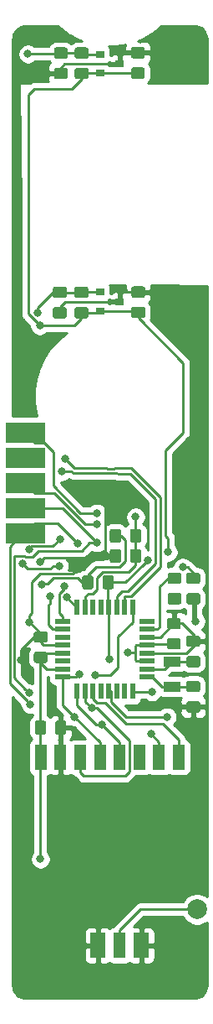
<source format=gbl>
G04 #@! TF.GenerationSoftware,KiCad,Pcbnew,(5.1.5)-3*
G04 #@! TF.CreationDate,2020-04-08T23:30:10+02:00*
G04 #@! TF.ProjectId,RHS_3_Simple,5248535f-335f-4536-996d-706c652e6b69,rev?*
G04 #@! TF.SameCoordinates,Original*
G04 #@! TF.FileFunction,Copper,L2,Bot*
G04 #@! TF.FilePolarity,Positive*
%FSLAX46Y46*%
G04 Gerber Fmt 4.6, Leading zero omitted, Abs format (unit mm)*
G04 Created by KiCad (PCBNEW (5.1.5)-3) date 2020-04-08 23:30:10*
%MOMM*%
%LPD*%
G04 APERTURE LIST*
%ADD10C,0.100000*%
%ADD11R,1.600000X0.550000*%
%ADD12R,0.550000X1.600000*%
%ADD13R,1.500000X2.524000*%
%ADD14R,1.200000X2.524000*%
%ADD15R,0.900000X0.800000*%
%ADD16R,1.800000X1.000000*%
%ADD17C,2.000000*%
%ADD18C,0.800000*%
%ADD19C,0.250000*%
%ADD20C,0.254000*%
G04 APERTURE END LIST*
G04 #@! TA.AperFunction,SMDPad,CuDef*
D10*
G36*
X100180505Y-139636204D02*
G01*
X100204773Y-139639804D01*
X100228572Y-139645765D01*
X100251671Y-139654030D01*
X100273850Y-139664520D01*
X100294893Y-139677132D01*
X100314599Y-139691747D01*
X100332777Y-139708223D01*
X100349253Y-139726401D01*
X100363868Y-139746107D01*
X100376480Y-139767150D01*
X100386970Y-139789329D01*
X100395235Y-139812428D01*
X100401196Y-139836227D01*
X100404796Y-139860495D01*
X100406000Y-139884999D01*
X100406000Y-140785001D01*
X100404796Y-140809505D01*
X100401196Y-140833773D01*
X100395235Y-140857572D01*
X100386970Y-140880671D01*
X100376480Y-140902850D01*
X100363868Y-140923893D01*
X100349253Y-140943599D01*
X100332777Y-140961777D01*
X100314599Y-140978253D01*
X100294893Y-140992868D01*
X100273850Y-141005480D01*
X100251671Y-141015970D01*
X100228572Y-141024235D01*
X100204773Y-141030196D01*
X100180505Y-141033796D01*
X100156001Y-141035000D01*
X99505999Y-141035000D01*
X99481495Y-141033796D01*
X99457227Y-141030196D01*
X99433428Y-141024235D01*
X99410329Y-141015970D01*
X99388150Y-141005480D01*
X99367107Y-140992868D01*
X99347401Y-140978253D01*
X99329223Y-140961777D01*
X99312747Y-140943599D01*
X99298132Y-140923893D01*
X99285520Y-140902850D01*
X99275030Y-140880671D01*
X99266765Y-140857572D01*
X99260804Y-140833773D01*
X99257204Y-140809505D01*
X99256000Y-140785001D01*
X99256000Y-139884999D01*
X99257204Y-139860495D01*
X99260804Y-139836227D01*
X99266765Y-139812428D01*
X99275030Y-139789329D01*
X99285520Y-139767150D01*
X99298132Y-139746107D01*
X99312747Y-139726401D01*
X99329223Y-139708223D01*
X99347401Y-139691747D01*
X99367107Y-139677132D01*
X99388150Y-139664520D01*
X99410329Y-139654030D01*
X99433428Y-139645765D01*
X99457227Y-139639804D01*
X99481495Y-139636204D01*
X99505999Y-139635000D01*
X100156001Y-139635000D01*
X100180505Y-139636204D01*
G37*
G04 #@! TD.AperFunction*
G04 #@! TA.AperFunction,SMDPad,CuDef*
G36*
X98130505Y-139636204D02*
G01*
X98154773Y-139639804D01*
X98178572Y-139645765D01*
X98201671Y-139654030D01*
X98223850Y-139664520D01*
X98244893Y-139677132D01*
X98264599Y-139691747D01*
X98282777Y-139708223D01*
X98299253Y-139726401D01*
X98313868Y-139746107D01*
X98326480Y-139767150D01*
X98336970Y-139789329D01*
X98345235Y-139812428D01*
X98351196Y-139836227D01*
X98354796Y-139860495D01*
X98356000Y-139884999D01*
X98356000Y-140785001D01*
X98354796Y-140809505D01*
X98351196Y-140833773D01*
X98345235Y-140857572D01*
X98336970Y-140880671D01*
X98326480Y-140902850D01*
X98313868Y-140923893D01*
X98299253Y-140943599D01*
X98282777Y-140961777D01*
X98264599Y-140978253D01*
X98244893Y-140992868D01*
X98223850Y-141005480D01*
X98201671Y-141015970D01*
X98178572Y-141024235D01*
X98154773Y-141030196D01*
X98130505Y-141033796D01*
X98106001Y-141035000D01*
X97455999Y-141035000D01*
X97431495Y-141033796D01*
X97407227Y-141030196D01*
X97383428Y-141024235D01*
X97360329Y-141015970D01*
X97338150Y-141005480D01*
X97317107Y-140992868D01*
X97297401Y-140978253D01*
X97279223Y-140961777D01*
X97262747Y-140943599D01*
X97248132Y-140923893D01*
X97235520Y-140902850D01*
X97225030Y-140880671D01*
X97216765Y-140857572D01*
X97210804Y-140833773D01*
X97207204Y-140809505D01*
X97206000Y-140785001D01*
X97206000Y-139884999D01*
X97207204Y-139860495D01*
X97210804Y-139836227D01*
X97216765Y-139812428D01*
X97225030Y-139789329D01*
X97235520Y-139767150D01*
X97248132Y-139746107D01*
X97262747Y-139726401D01*
X97279223Y-139708223D01*
X97297401Y-139691747D01*
X97317107Y-139677132D01*
X97338150Y-139664520D01*
X97360329Y-139654030D01*
X97383428Y-139645765D01*
X97407227Y-139639804D01*
X97431495Y-139636204D01*
X97455999Y-139635000D01*
X98106001Y-139635000D01*
X98130505Y-139636204D01*
G37*
G04 #@! TD.AperFunction*
G04 #@! TA.AperFunction,SMDPad,CuDef*
G36*
X108932505Y-145721204D02*
G01*
X108956773Y-145724804D01*
X108980572Y-145730765D01*
X109003671Y-145739030D01*
X109025850Y-145749520D01*
X109046893Y-145762132D01*
X109066599Y-145776747D01*
X109084777Y-145793223D01*
X109101253Y-145811401D01*
X109115868Y-145831107D01*
X109128480Y-145852150D01*
X109138970Y-145874329D01*
X109147235Y-145897428D01*
X109153196Y-145921227D01*
X109156796Y-145945495D01*
X109158000Y-145969999D01*
X109158000Y-146620001D01*
X109156796Y-146644505D01*
X109153196Y-146668773D01*
X109147235Y-146692572D01*
X109138970Y-146715671D01*
X109128480Y-146737850D01*
X109115868Y-146758893D01*
X109101253Y-146778599D01*
X109084777Y-146796777D01*
X109066599Y-146813253D01*
X109046893Y-146827868D01*
X109025850Y-146840480D01*
X109003671Y-146850970D01*
X108980572Y-146859235D01*
X108956773Y-146865196D01*
X108932505Y-146868796D01*
X108908001Y-146870000D01*
X108007999Y-146870000D01*
X107983495Y-146868796D01*
X107959227Y-146865196D01*
X107935428Y-146859235D01*
X107912329Y-146850970D01*
X107890150Y-146840480D01*
X107869107Y-146827868D01*
X107849401Y-146813253D01*
X107831223Y-146796777D01*
X107814747Y-146778599D01*
X107800132Y-146758893D01*
X107787520Y-146737850D01*
X107777030Y-146715671D01*
X107768765Y-146692572D01*
X107762804Y-146668773D01*
X107759204Y-146644505D01*
X107758000Y-146620001D01*
X107758000Y-145969999D01*
X107759204Y-145945495D01*
X107762804Y-145921227D01*
X107768765Y-145897428D01*
X107777030Y-145874329D01*
X107787520Y-145852150D01*
X107800132Y-145831107D01*
X107814747Y-145811401D01*
X107831223Y-145793223D01*
X107849401Y-145776747D01*
X107869107Y-145762132D01*
X107890150Y-145749520D01*
X107912329Y-145739030D01*
X107935428Y-145730765D01*
X107959227Y-145724804D01*
X107983495Y-145721204D01*
X108007999Y-145720000D01*
X108908001Y-145720000D01*
X108932505Y-145721204D01*
G37*
G04 #@! TD.AperFunction*
G04 #@! TA.AperFunction,SMDPad,CuDef*
G36*
X108932505Y-147771204D02*
G01*
X108956773Y-147774804D01*
X108980572Y-147780765D01*
X109003671Y-147789030D01*
X109025850Y-147799520D01*
X109046893Y-147812132D01*
X109066599Y-147826747D01*
X109084777Y-147843223D01*
X109101253Y-147861401D01*
X109115868Y-147881107D01*
X109128480Y-147902150D01*
X109138970Y-147924329D01*
X109147235Y-147947428D01*
X109153196Y-147971227D01*
X109156796Y-147995495D01*
X109158000Y-148019999D01*
X109158000Y-148670001D01*
X109156796Y-148694505D01*
X109153196Y-148718773D01*
X109147235Y-148742572D01*
X109138970Y-148765671D01*
X109128480Y-148787850D01*
X109115868Y-148808893D01*
X109101253Y-148828599D01*
X109084777Y-148846777D01*
X109066599Y-148863253D01*
X109046893Y-148877868D01*
X109025850Y-148890480D01*
X109003671Y-148900970D01*
X108980572Y-148909235D01*
X108956773Y-148915196D01*
X108932505Y-148918796D01*
X108908001Y-148920000D01*
X108007999Y-148920000D01*
X107983495Y-148918796D01*
X107959227Y-148915196D01*
X107935428Y-148909235D01*
X107912329Y-148900970D01*
X107890150Y-148890480D01*
X107869107Y-148877868D01*
X107849401Y-148863253D01*
X107831223Y-148846777D01*
X107814747Y-148828599D01*
X107800132Y-148808893D01*
X107787520Y-148787850D01*
X107777030Y-148765671D01*
X107768765Y-148742572D01*
X107762804Y-148718773D01*
X107759204Y-148694505D01*
X107758000Y-148670001D01*
X107758000Y-148019999D01*
X107759204Y-147995495D01*
X107762804Y-147971227D01*
X107768765Y-147947428D01*
X107777030Y-147924329D01*
X107787520Y-147902150D01*
X107800132Y-147881107D01*
X107814747Y-147861401D01*
X107831223Y-147843223D01*
X107849401Y-147826747D01*
X107869107Y-147812132D01*
X107890150Y-147799520D01*
X107912329Y-147789030D01*
X107935428Y-147780765D01*
X107959227Y-147774804D01*
X107983495Y-147771204D01*
X108007999Y-147770000D01*
X108908001Y-147770000D01*
X108932505Y-147771204D01*
G37*
G04 #@! TD.AperFunction*
D11*
X103750000Y-144290000D03*
X103750000Y-145090000D03*
X103750000Y-145890000D03*
X103750000Y-146690000D03*
X103750000Y-147490000D03*
X103750000Y-148290000D03*
X103750000Y-149090000D03*
X103750000Y-149890000D03*
D12*
X102300000Y-151340000D03*
X101500000Y-151340000D03*
X100700000Y-151340000D03*
X99900000Y-151340000D03*
X99100000Y-151340000D03*
X98300000Y-151340000D03*
X97500000Y-151340000D03*
X96700000Y-151340000D03*
D11*
X95250000Y-149890000D03*
X95250000Y-149090000D03*
X95250000Y-148290000D03*
X95250000Y-147490000D03*
X95250000Y-146690000D03*
X95250000Y-145890000D03*
X95250000Y-145090000D03*
X95250000Y-144290000D03*
D12*
X96700000Y-142840000D03*
X97500000Y-142840000D03*
X98300000Y-142840000D03*
X99100000Y-142840000D03*
X99900000Y-142840000D03*
X100700000Y-142840000D03*
X101500000Y-142840000D03*
X102300000Y-142840000D03*
D13*
X103200000Y-177000000D03*
X98800000Y-177000000D03*
D14*
X101000000Y-177000000D03*
X107000000Y-158000000D03*
X105000000Y-158000000D03*
X103000000Y-158000000D03*
X101000000Y-158000000D03*
X99000000Y-158000000D03*
X97000000Y-158000000D03*
X95000000Y-158000000D03*
X93000000Y-158000000D03*
G04 #@! TA.AperFunction,SMDPad,CuDef*
D10*
G36*
X106974505Y-143921204D02*
G01*
X106998773Y-143924804D01*
X107022572Y-143930765D01*
X107045671Y-143939030D01*
X107067850Y-143949520D01*
X107088893Y-143962132D01*
X107108599Y-143976747D01*
X107126777Y-143993223D01*
X107143253Y-144011401D01*
X107157868Y-144031107D01*
X107170480Y-144052150D01*
X107180970Y-144074329D01*
X107189235Y-144097428D01*
X107195196Y-144121227D01*
X107198796Y-144145495D01*
X107200000Y-144169999D01*
X107200000Y-144820001D01*
X107198796Y-144844505D01*
X107195196Y-144868773D01*
X107189235Y-144892572D01*
X107180970Y-144915671D01*
X107170480Y-144937850D01*
X107157868Y-144958893D01*
X107143253Y-144978599D01*
X107126777Y-144996777D01*
X107108599Y-145013253D01*
X107088893Y-145027868D01*
X107067850Y-145040480D01*
X107045671Y-145050970D01*
X107022572Y-145059235D01*
X106998773Y-145065196D01*
X106974505Y-145068796D01*
X106950001Y-145070000D01*
X106049999Y-145070000D01*
X106025495Y-145068796D01*
X106001227Y-145065196D01*
X105977428Y-145059235D01*
X105954329Y-145050970D01*
X105932150Y-145040480D01*
X105911107Y-145027868D01*
X105891401Y-145013253D01*
X105873223Y-144996777D01*
X105856747Y-144978599D01*
X105842132Y-144958893D01*
X105829520Y-144937850D01*
X105819030Y-144915671D01*
X105810765Y-144892572D01*
X105804804Y-144868773D01*
X105801204Y-144844505D01*
X105800000Y-144820001D01*
X105800000Y-144169999D01*
X105801204Y-144145495D01*
X105804804Y-144121227D01*
X105810765Y-144097428D01*
X105819030Y-144074329D01*
X105829520Y-144052150D01*
X105842132Y-144031107D01*
X105856747Y-144011401D01*
X105873223Y-143993223D01*
X105891401Y-143976747D01*
X105911107Y-143962132D01*
X105932150Y-143949520D01*
X105954329Y-143939030D01*
X105977428Y-143930765D01*
X106001227Y-143924804D01*
X106025495Y-143921204D01*
X106049999Y-143920000D01*
X106950001Y-143920000D01*
X106974505Y-143921204D01*
G37*
G04 #@! TD.AperFunction*
G04 #@! TA.AperFunction,SMDPad,CuDef*
G36*
X106974505Y-145971204D02*
G01*
X106998773Y-145974804D01*
X107022572Y-145980765D01*
X107045671Y-145989030D01*
X107067850Y-145999520D01*
X107088893Y-146012132D01*
X107108599Y-146026747D01*
X107126777Y-146043223D01*
X107143253Y-146061401D01*
X107157868Y-146081107D01*
X107170480Y-146102150D01*
X107180970Y-146124329D01*
X107189235Y-146147428D01*
X107195196Y-146171227D01*
X107198796Y-146195495D01*
X107200000Y-146219999D01*
X107200000Y-146870001D01*
X107198796Y-146894505D01*
X107195196Y-146918773D01*
X107189235Y-146942572D01*
X107180970Y-146965671D01*
X107170480Y-146987850D01*
X107157868Y-147008893D01*
X107143253Y-147028599D01*
X107126777Y-147046777D01*
X107108599Y-147063253D01*
X107088893Y-147077868D01*
X107067850Y-147090480D01*
X107045671Y-147100970D01*
X107022572Y-147109235D01*
X106998773Y-147115196D01*
X106974505Y-147118796D01*
X106950001Y-147120000D01*
X106049999Y-147120000D01*
X106025495Y-147118796D01*
X106001227Y-147115196D01*
X105977428Y-147109235D01*
X105954329Y-147100970D01*
X105932150Y-147090480D01*
X105911107Y-147077868D01*
X105891401Y-147063253D01*
X105873223Y-147046777D01*
X105856747Y-147028599D01*
X105842132Y-147008893D01*
X105829520Y-146987850D01*
X105819030Y-146965671D01*
X105810765Y-146942572D01*
X105804804Y-146918773D01*
X105801204Y-146894505D01*
X105800000Y-146870001D01*
X105800000Y-146219999D01*
X105801204Y-146195495D01*
X105804804Y-146171227D01*
X105810765Y-146147428D01*
X105819030Y-146124329D01*
X105829520Y-146102150D01*
X105842132Y-146081107D01*
X105856747Y-146061401D01*
X105873223Y-146043223D01*
X105891401Y-146026747D01*
X105911107Y-146012132D01*
X105932150Y-145999520D01*
X105954329Y-145989030D01*
X105977428Y-145980765D01*
X106001227Y-145974804D01*
X106025495Y-145971204D01*
X106049999Y-145970000D01*
X106950001Y-145970000D01*
X106974505Y-145971204D01*
G37*
G04 #@! TD.AperFunction*
G04 #@! TA.AperFunction,SMDPad,CuDef*
G36*
X93474505Y-147341204D02*
G01*
X93498773Y-147344804D01*
X93522572Y-147350765D01*
X93545671Y-147359030D01*
X93567850Y-147369520D01*
X93588893Y-147382132D01*
X93608599Y-147396747D01*
X93626777Y-147413223D01*
X93643253Y-147431401D01*
X93657868Y-147451107D01*
X93670480Y-147472150D01*
X93680970Y-147494329D01*
X93689235Y-147517428D01*
X93695196Y-147541227D01*
X93698796Y-147565495D01*
X93700000Y-147589999D01*
X93700000Y-148240001D01*
X93698796Y-148264505D01*
X93695196Y-148288773D01*
X93689235Y-148312572D01*
X93680970Y-148335671D01*
X93670480Y-148357850D01*
X93657868Y-148378893D01*
X93643253Y-148398599D01*
X93626777Y-148416777D01*
X93608599Y-148433253D01*
X93588893Y-148447868D01*
X93567850Y-148460480D01*
X93545671Y-148470970D01*
X93522572Y-148479235D01*
X93498773Y-148485196D01*
X93474505Y-148488796D01*
X93450001Y-148490000D01*
X92549999Y-148490000D01*
X92525495Y-148488796D01*
X92501227Y-148485196D01*
X92477428Y-148479235D01*
X92454329Y-148470970D01*
X92432150Y-148460480D01*
X92411107Y-148447868D01*
X92391401Y-148433253D01*
X92373223Y-148416777D01*
X92356747Y-148398599D01*
X92342132Y-148378893D01*
X92329520Y-148357850D01*
X92319030Y-148335671D01*
X92310765Y-148312572D01*
X92304804Y-148288773D01*
X92301204Y-148264505D01*
X92300000Y-148240001D01*
X92300000Y-147589999D01*
X92301204Y-147565495D01*
X92304804Y-147541227D01*
X92310765Y-147517428D01*
X92319030Y-147494329D01*
X92329520Y-147472150D01*
X92342132Y-147451107D01*
X92356747Y-147431401D01*
X92373223Y-147413223D01*
X92391401Y-147396747D01*
X92411107Y-147382132D01*
X92432150Y-147369520D01*
X92454329Y-147359030D01*
X92477428Y-147350765D01*
X92501227Y-147344804D01*
X92525495Y-147341204D01*
X92549999Y-147340000D01*
X93450001Y-147340000D01*
X93474505Y-147341204D01*
G37*
G04 #@! TD.AperFunction*
G04 #@! TA.AperFunction,SMDPad,CuDef*
G36*
X93474505Y-145291204D02*
G01*
X93498773Y-145294804D01*
X93522572Y-145300765D01*
X93545671Y-145309030D01*
X93567850Y-145319520D01*
X93588893Y-145332132D01*
X93608599Y-145346747D01*
X93626777Y-145363223D01*
X93643253Y-145381401D01*
X93657868Y-145401107D01*
X93670480Y-145422150D01*
X93680970Y-145444329D01*
X93689235Y-145467428D01*
X93695196Y-145491227D01*
X93698796Y-145515495D01*
X93700000Y-145539999D01*
X93700000Y-146190001D01*
X93698796Y-146214505D01*
X93695196Y-146238773D01*
X93689235Y-146262572D01*
X93680970Y-146285671D01*
X93670480Y-146307850D01*
X93657868Y-146328893D01*
X93643253Y-146348599D01*
X93626777Y-146366777D01*
X93608599Y-146383253D01*
X93588893Y-146397868D01*
X93567850Y-146410480D01*
X93545671Y-146420970D01*
X93522572Y-146429235D01*
X93498773Y-146435196D01*
X93474505Y-146438796D01*
X93450001Y-146440000D01*
X92549999Y-146440000D01*
X92525495Y-146438796D01*
X92501227Y-146435196D01*
X92477428Y-146429235D01*
X92454329Y-146420970D01*
X92432150Y-146410480D01*
X92411107Y-146397868D01*
X92391401Y-146383253D01*
X92373223Y-146366777D01*
X92356747Y-146348599D01*
X92342132Y-146328893D01*
X92329520Y-146307850D01*
X92319030Y-146285671D01*
X92310765Y-146262572D01*
X92304804Y-146238773D01*
X92301204Y-146214505D01*
X92300000Y-146190001D01*
X92300000Y-145539999D01*
X92301204Y-145515495D01*
X92304804Y-145491227D01*
X92310765Y-145467428D01*
X92319030Y-145444329D01*
X92329520Y-145422150D01*
X92342132Y-145401107D01*
X92356747Y-145381401D01*
X92373223Y-145363223D01*
X92391401Y-145346747D01*
X92411107Y-145332132D01*
X92432150Y-145319520D01*
X92454329Y-145309030D01*
X92477428Y-145300765D01*
X92501227Y-145294804D01*
X92525495Y-145291204D01*
X92549999Y-145290000D01*
X93450001Y-145290000D01*
X93474505Y-145291204D01*
G37*
G04 #@! TD.AperFunction*
G04 #@! TA.AperFunction,SMDPad,CuDef*
G36*
X95374505Y-154301204D02*
G01*
X95398773Y-154304804D01*
X95422572Y-154310765D01*
X95445671Y-154319030D01*
X95467850Y-154329520D01*
X95488893Y-154342132D01*
X95508599Y-154356747D01*
X95526777Y-154373223D01*
X95543253Y-154391401D01*
X95557868Y-154411107D01*
X95570480Y-154432150D01*
X95580970Y-154454329D01*
X95589235Y-154477428D01*
X95595196Y-154501227D01*
X95598796Y-154525495D01*
X95600000Y-154549999D01*
X95600000Y-155450001D01*
X95598796Y-155474505D01*
X95595196Y-155498773D01*
X95589235Y-155522572D01*
X95580970Y-155545671D01*
X95570480Y-155567850D01*
X95557868Y-155588893D01*
X95543253Y-155608599D01*
X95526777Y-155626777D01*
X95508599Y-155643253D01*
X95488893Y-155657868D01*
X95467850Y-155670480D01*
X95445671Y-155680970D01*
X95422572Y-155689235D01*
X95398773Y-155695196D01*
X95374505Y-155698796D01*
X95350001Y-155700000D01*
X94699999Y-155700000D01*
X94675495Y-155698796D01*
X94651227Y-155695196D01*
X94627428Y-155689235D01*
X94604329Y-155680970D01*
X94582150Y-155670480D01*
X94561107Y-155657868D01*
X94541401Y-155643253D01*
X94523223Y-155626777D01*
X94506747Y-155608599D01*
X94492132Y-155588893D01*
X94479520Y-155567850D01*
X94469030Y-155545671D01*
X94460765Y-155522572D01*
X94454804Y-155498773D01*
X94451204Y-155474505D01*
X94450000Y-155450001D01*
X94450000Y-154549999D01*
X94451204Y-154525495D01*
X94454804Y-154501227D01*
X94460765Y-154477428D01*
X94469030Y-154454329D01*
X94479520Y-154432150D01*
X94492132Y-154411107D01*
X94506747Y-154391401D01*
X94523223Y-154373223D01*
X94541401Y-154356747D01*
X94561107Y-154342132D01*
X94582150Y-154329520D01*
X94604329Y-154319030D01*
X94627428Y-154310765D01*
X94651227Y-154304804D01*
X94675495Y-154301204D01*
X94699999Y-154300000D01*
X95350001Y-154300000D01*
X95374505Y-154301204D01*
G37*
G04 #@! TD.AperFunction*
G04 #@! TA.AperFunction,SMDPad,CuDef*
G36*
X93324505Y-154301204D02*
G01*
X93348773Y-154304804D01*
X93372572Y-154310765D01*
X93395671Y-154319030D01*
X93417850Y-154329520D01*
X93438893Y-154342132D01*
X93458599Y-154356747D01*
X93476777Y-154373223D01*
X93493253Y-154391401D01*
X93507868Y-154411107D01*
X93520480Y-154432150D01*
X93530970Y-154454329D01*
X93539235Y-154477428D01*
X93545196Y-154501227D01*
X93548796Y-154525495D01*
X93550000Y-154549999D01*
X93550000Y-155450001D01*
X93548796Y-155474505D01*
X93545196Y-155498773D01*
X93539235Y-155522572D01*
X93530970Y-155545671D01*
X93520480Y-155567850D01*
X93507868Y-155588893D01*
X93493253Y-155608599D01*
X93476777Y-155626777D01*
X93458599Y-155643253D01*
X93438893Y-155657868D01*
X93417850Y-155670480D01*
X93395671Y-155680970D01*
X93372572Y-155689235D01*
X93348773Y-155695196D01*
X93324505Y-155698796D01*
X93300001Y-155700000D01*
X92649999Y-155700000D01*
X92625495Y-155698796D01*
X92601227Y-155695196D01*
X92577428Y-155689235D01*
X92554329Y-155680970D01*
X92532150Y-155670480D01*
X92511107Y-155657868D01*
X92491401Y-155643253D01*
X92473223Y-155626777D01*
X92456747Y-155608599D01*
X92442132Y-155588893D01*
X92429520Y-155567850D01*
X92419030Y-155545671D01*
X92410765Y-155522572D01*
X92404804Y-155498773D01*
X92401204Y-155474505D01*
X92400000Y-155450001D01*
X92400000Y-154549999D01*
X92401204Y-154525495D01*
X92404804Y-154501227D01*
X92410765Y-154477428D01*
X92419030Y-154454329D01*
X92429520Y-154432150D01*
X92442132Y-154411107D01*
X92456747Y-154391401D01*
X92473223Y-154373223D01*
X92491401Y-154356747D01*
X92511107Y-154342132D01*
X92532150Y-154329520D01*
X92554329Y-154319030D01*
X92577428Y-154310765D01*
X92601227Y-154304804D01*
X92625495Y-154301204D01*
X92649999Y-154300000D01*
X93300001Y-154300000D01*
X93324505Y-154301204D01*
G37*
G04 #@! TD.AperFunction*
G04 #@! TA.AperFunction,SMDPad,CuDef*
G36*
X93440000Y-126222000D02*
G01*
X89440000Y-126222000D01*
X89440000Y-124222000D01*
X93440000Y-124222000D01*
X93440000Y-126222000D01*
G37*
G04 #@! TD.AperFunction*
G04 #@! TA.AperFunction,SMDPad,CuDef*
G36*
X93440000Y-128762000D02*
G01*
X89440000Y-128762000D01*
X89440000Y-126762000D01*
X93440000Y-126762000D01*
X93440000Y-128762000D01*
G37*
G04 #@! TD.AperFunction*
G04 #@! TA.AperFunction,SMDPad,CuDef*
G36*
X93440000Y-131302000D02*
G01*
X89440000Y-131302000D01*
X89440000Y-129302000D01*
X93440000Y-129302000D01*
X93440000Y-131302000D01*
G37*
G04 #@! TD.AperFunction*
G04 #@! TA.AperFunction,SMDPad,CuDef*
G36*
X93440000Y-133842000D02*
G01*
X89440000Y-133842000D01*
X89440000Y-131842000D01*
X93440000Y-131842000D01*
X93440000Y-133842000D01*
G37*
G04 #@! TD.AperFunction*
G04 #@! TA.AperFunction,SMDPad,CuDef*
G36*
X93440000Y-136382000D02*
G01*
X89440000Y-136382000D01*
X89440000Y-134382000D01*
X93440000Y-134382000D01*
X93440000Y-136382000D01*
G37*
G04 #@! TD.AperFunction*
G04 #@! TA.AperFunction,SMDPad,CuDef*
G36*
X107027505Y-141421204D02*
G01*
X107051773Y-141424804D01*
X107075572Y-141430765D01*
X107098671Y-141439030D01*
X107120850Y-141449520D01*
X107141893Y-141462132D01*
X107161599Y-141476747D01*
X107179777Y-141493223D01*
X107196253Y-141511401D01*
X107210868Y-141531107D01*
X107223480Y-141552150D01*
X107233970Y-141574329D01*
X107242235Y-141597428D01*
X107248196Y-141621227D01*
X107251796Y-141645495D01*
X107253000Y-141669999D01*
X107253000Y-142320001D01*
X107251796Y-142344505D01*
X107248196Y-142368773D01*
X107242235Y-142392572D01*
X107233970Y-142415671D01*
X107223480Y-142437850D01*
X107210868Y-142458893D01*
X107196253Y-142478599D01*
X107179777Y-142496777D01*
X107161599Y-142513253D01*
X107141893Y-142527868D01*
X107120850Y-142540480D01*
X107098671Y-142550970D01*
X107075572Y-142559235D01*
X107051773Y-142565196D01*
X107027505Y-142568796D01*
X107003001Y-142570000D01*
X106102999Y-142570000D01*
X106078495Y-142568796D01*
X106054227Y-142565196D01*
X106030428Y-142559235D01*
X106007329Y-142550970D01*
X105985150Y-142540480D01*
X105964107Y-142527868D01*
X105944401Y-142513253D01*
X105926223Y-142496777D01*
X105909747Y-142478599D01*
X105895132Y-142458893D01*
X105882520Y-142437850D01*
X105872030Y-142415671D01*
X105863765Y-142392572D01*
X105857804Y-142368773D01*
X105854204Y-142344505D01*
X105853000Y-142320001D01*
X105853000Y-141669999D01*
X105854204Y-141645495D01*
X105857804Y-141621227D01*
X105863765Y-141597428D01*
X105872030Y-141574329D01*
X105882520Y-141552150D01*
X105895132Y-141531107D01*
X105909747Y-141511401D01*
X105926223Y-141493223D01*
X105944401Y-141476747D01*
X105964107Y-141462132D01*
X105985150Y-141449520D01*
X106007329Y-141439030D01*
X106030428Y-141430765D01*
X106054227Y-141424804D01*
X106078495Y-141421204D01*
X106102999Y-141420000D01*
X107003001Y-141420000D01*
X107027505Y-141421204D01*
G37*
G04 #@! TD.AperFunction*
G04 #@! TA.AperFunction,SMDPad,CuDef*
G36*
X107027505Y-139371204D02*
G01*
X107051773Y-139374804D01*
X107075572Y-139380765D01*
X107098671Y-139389030D01*
X107120850Y-139399520D01*
X107141893Y-139412132D01*
X107161599Y-139426747D01*
X107179777Y-139443223D01*
X107196253Y-139461401D01*
X107210868Y-139481107D01*
X107223480Y-139502150D01*
X107233970Y-139524329D01*
X107242235Y-139547428D01*
X107248196Y-139571227D01*
X107251796Y-139595495D01*
X107253000Y-139619999D01*
X107253000Y-140270001D01*
X107251796Y-140294505D01*
X107248196Y-140318773D01*
X107242235Y-140342572D01*
X107233970Y-140365671D01*
X107223480Y-140387850D01*
X107210868Y-140408893D01*
X107196253Y-140428599D01*
X107179777Y-140446777D01*
X107161599Y-140463253D01*
X107141893Y-140477868D01*
X107120850Y-140490480D01*
X107098671Y-140500970D01*
X107075572Y-140509235D01*
X107051773Y-140515196D01*
X107027505Y-140518796D01*
X107003001Y-140520000D01*
X106102999Y-140520000D01*
X106078495Y-140518796D01*
X106054227Y-140515196D01*
X106030428Y-140509235D01*
X106007329Y-140500970D01*
X105985150Y-140490480D01*
X105964107Y-140477868D01*
X105944401Y-140463253D01*
X105926223Y-140446777D01*
X105909747Y-140428599D01*
X105895132Y-140408893D01*
X105882520Y-140387850D01*
X105872030Y-140365671D01*
X105863765Y-140342572D01*
X105857804Y-140318773D01*
X105854204Y-140294505D01*
X105853000Y-140270001D01*
X105853000Y-139619999D01*
X105854204Y-139595495D01*
X105857804Y-139571227D01*
X105863765Y-139547428D01*
X105872030Y-139524329D01*
X105882520Y-139502150D01*
X105895132Y-139481107D01*
X105909747Y-139461401D01*
X105926223Y-139443223D01*
X105944401Y-139426747D01*
X105964107Y-139412132D01*
X105985150Y-139399520D01*
X106007329Y-139389030D01*
X106030428Y-139380765D01*
X106054227Y-139374804D01*
X106078495Y-139371204D01*
X106102999Y-139370000D01*
X107003001Y-139370000D01*
X107027505Y-139371204D01*
G37*
G04 #@! TD.AperFunction*
G04 #@! TA.AperFunction,SMDPad,CuDef*
G36*
X108932505Y-139371204D02*
G01*
X108956773Y-139374804D01*
X108980572Y-139380765D01*
X109003671Y-139389030D01*
X109025850Y-139399520D01*
X109046893Y-139412132D01*
X109066599Y-139426747D01*
X109084777Y-139443223D01*
X109101253Y-139461401D01*
X109115868Y-139481107D01*
X109128480Y-139502150D01*
X109138970Y-139524329D01*
X109147235Y-139547428D01*
X109153196Y-139571227D01*
X109156796Y-139595495D01*
X109158000Y-139619999D01*
X109158000Y-140270001D01*
X109156796Y-140294505D01*
X109153196Y-140318773D01*
X109147235Y-140342572D01*
X109138970Y-140365671D01*
X109128480Y-140387850D01*
X109115868Y-140408893D01*
X109101253Y-140428599D01*
X109084777Y-140446777D01*
X109066599Y-140463253D01*
X109046893Y-140477868D01*
X109025850Y-140490480D01*
X109003671Y-140500970D01*
X108980572Y-140509235D01*
X108956773Y-140515196D01*
X108932505Y-140518796D01*
X108908001Y-140520000D01*
X108007999Y-140520000D01*
X107983495Y-140518796D01*
X107959227Y-140515196D01*
X107935428Y-140509235D01*
X107912329Y-140500970D01*
X107890150Y-140490480D01*
X107869107Y-140477868D01*
X107849401Y-140463253D01*
X107831223Y-140446777D01*
X107814747Y-140428599D01*
X107800132Y-140408893D01*
X107787520Y-140387850D01*
X107777030Y-140365671D01*
X107768765Y-140342572D01*
X107762804Y-140318773D01*
X107759204Y-140294505D01*
X107758000Y-140270001D01*
X107758000Y-139619999D01*
X107759204Y-139595495D01*
X107762804Y-139571227D01*
X107768765Y-139547428D01*
X107777030Y-139524329D01*
X107787520Y-139502150D01*
X107800132Y-139481107D01*
X107814747Y-139461401D01*
X107831223Y-139443223D01*
X107849401Y-139426747D01*
X107869107Y-139412132D01*
X107890150Y-139399520D01*
X107912329Y-139389030D01*
X107935428Y-139380765D01*
X107959227Y-139374804D01*
X107983495Y-139371204D01*
X108007999Y-139370000D01*
X108908001Y-139370000D01*
X108932505Y-139371204D01*
G37*
G04 #@! TD.AperFunction*
G04 #@! TA.AperFunction,SMDPad,CuDef*
G36*
X108932505Y-141421204D02*
G01*
X108956773Y-141424804D01*
X108980572Y-141430765D01*
X109003671Y-141439030D01*
X109025850Y-141449520D01*
X109046893Y-141462132D01*
X109066599Y-141476747D01*
X109084777Y-141493223D01*
X109101253Y-141511401D01*
X109115868Y-141531107D01*
X109128480Y-141552150D01*
X109138970Y-141574329D01*
X109147235Y-141597428D01*
X109153196Y-141621227D01*
X109156796Y-141645495D01*
X109158000Y-141669999D01*
X109158000Y-142320001D01*
X109156796Y-142344505D01*
X109153196Y-142368773D01*
X109147235Y-142392572D01*
X109138970Y-142415671D01*
X109128480Y-142437850D01*
X109115868Y-142458893D01*
X109101253Y-142478599D01*
X109084777Y-142496777D01*
X109066599Y-142513253D01*
X109046893Y-142527868D01*
X109025850Y-142540480D01*
X109003671Y-142550970D01*
X108980572Y-142559235D01*
X108956773Y-142565196D01*
X108932505Y-142568796D01*
X108908001Y-142570000D01*
X108007999Y-142570000D01*
X107983495Y-142568796D01*
X107959227Y-142565196D01*
X107935428Y-142559235D01*
X107912329Y-142550970D01*
X107890150Y-142540480D01*
X107869107Y-142527868D01*
X107849401Y-142513253D01*
X107831223Y-142496777D01*
X107814747Y-142478599D01*
X107800132Y-142458893D01*
X107787520Y-142437850D01*
X107777030Y-142415671D01*
X107768765Y-142392572D01*
X107762804Y-142368773D01*
X107759204Y-142344505D01*
X107758000Y-142320001D01*
X107758000Y-141669999D01*
X107759204Y-141645495D01*
X107762804Y-141621227D01*
X107768765Y-141597428D01*
X107777030Y-141574329D01*
X107787520Y-141552150D01*
X107800132Y-141531107D01*
X107814747Y-141511401D01*
X107831223Y-141493223D01*
X107849401Y-141476747D01*
X107869107Y-141462132D01*
X107890150Y-141449520D01*
X107912329Y-141439030D01*
X107935428Y-141430765D01*
X107959227Y-141424804D01*
X107983495Y-141421204D01*
X108007999Y-141420000D01*
X108908001Y-141420000D01*
X108932505Y-141421204D01*
G37*
G04 #@! TD.AperFunction*
G04 #@! TA.AperFunction,SMDPad,CuDef*
G36*
X97624505Y-86331204D02*
G01*
X97648773Y-86334804D01*
X97672572Y-86340765D01*
X97695671Y-86349030D01*
X97717850Y-86359520D01*
X97738893Y-86372132D01*
X97758599Y-86386747D01*
X97776777Y-86403223D01*
X97793253Y-86421401D01*
X97807868Y-86441107D01*
X97820480Y-86462150D01*
X97830970Y-86484329D01*
X97839235Y-86507428D01*
X97845196Y-86531227D01*
X97848796Y-86555495D01*
X97850000Y-86579999D01*
X97850000Y-87230001D01*
X97848796Y-87254505D01*
X97845196Y-87278773D01*
X97839235Y-87302572D01*
X97830970Y-87325671D01*
X97820480Y-87347850D01*
X97807868Y-87368893D01*
X97793253Y-87388599D01*
X97776777Y-87406777D01*
X97758599Y-87423253D01*
X97738893Y-87437868D01*
X97717850Y-87450480D01*
X97695671Y-87460970D01*
X97672572Y-87469235D01*
X97648773Y-87475196D01*
X97624505Y-87478796D01*
X97600001Y-87480000D01*
X96699999Y-87480000D01*
X96675495Y-87478796D01*
X96651227Y-87475196D01*
X96627428Y-87469235D01*
X96604329Y-87460970D01*
X96582150Y-87450480D01*
X96561107Y-87437868D01*
X96541401Y-87423253D01*
X96523223Y-87406777D01*
X96506747Y-87388599D01*
X96492132Y-87368893D01*
X96479520Y-87347850D01*
X96469030Y-87325671D01*
X96460765Y-87302572D01*
X96454804Y-87278773D01*
X96451204Y-87254505D01*
X96450000Y-87230001D01*
X96450000Y-86579999D01*
X96451204Y-86555495D01*
X96454804Y-86531227D01*
X96460765Y-86507428D01*
X96469030Y-86484329D01*
X96479520Y-86462150D01*
X96492132Y-86441107D01*
X96506747Y-86421401D01*
X96523223Y-86403223D01*
X96541401Y-86386747D01*
X96561107Y-86372132D01*
X96582150Y-86359520D01*
X96604329Y-86349030D01*
X96627428Y-86340765D01*
X96651227Y-86334804D01*
X96675495Y-86331204D01*
X96699999Y-86330000D01*
X97600001Y-86330000D01*
X97624505Y-86331204D01*
G37*
G04 #@! TD.AperFunction*
G04 #@! TA.AperFunction,SMDPad,CuDef*
G36*
X97624505Y-88381204D02*
G01*
X97648773Y-88384804D01*
X97672572Y-88390765D01*
X97695671Y-88399030D01*
X97717850Y-88409520D01*
X97738893Y-88422132D01*
X97758599Y-88436747D01*
X97776777Y-88453223D01*
X97793253Y-88471401D01*
X97807868Y-88491107D01*
X97820480Y-88512150D01*
X97830970Y-88534329D01*
X97839235Y-88557428D01*
X97845196Y-88581227D01*
X97848796Y-88605495D01*
X97850000Y-88629999D01*
X97850000Y-89280001D01*
X97848796Y-89304505D01*
X97845196Y-89328773D01*
X97839235Y-89352572D01*
X97830970Y-89375671D01*
X97820480Y-89397850D01*
X97807868Y-89418893D01*
X97793253Y-89438599D01*
X97776777Y-89456777D01*
X97758599Y-89473253D01*
X97738893Y-89487868D01*
X97717850Y-89500480D01*
X97695671Y-89510970D01*
X97672572Y-89519235D01*
X97648773Y-89525196D01*
X97624505Y-89528796D01*
X97600001Y-89530000D01*
X96699999Y-89530000D01*
X96675495Y-89528796D01*
X96651227Y-89525196D01*
X96627428Y-89519235D01*
X96604329Y-89510970D01*
X96582150Y-89500480D01*
X96561107Y-89487868D01*
X96541401Y-89473253D01*
X96523223Y-89456777D01*
X96506747Y-89438599D01*
X96492132Y-89418893D01*
X96479520Y-89397850D01*
X96469030Y-89375671D01*
X96460765Y-89352572D01*
X96454804Y-89328773D01*
X96451204Y-89304505D01*
X96450000Y-89280001D01*
X96450000Y-88629999D01*
X96451204Y-88605495D01*
X96454804Y-88581227D01*
X96460765Y-88557428D01*
X96469030Y-88534329D01*
X96479520Y-88512150D01*
X96492132Y-88491107D01*
X96506747Y-88471401D01*
X96523223Y-88453223D01*
X96541401Y-88436747D01*
X96561107Y-88422132D01*
X96582150Y-88409520D01*
X96604329Y-88399030D01*
X96627428Y-88390765D01*
X96651227Y-88384804D01*
X96675495Y-88381204D01*
X96699999Y-88380000D01*
X97600001Y-88380000D01*
X97624505Y-88381204D01*
G37*
G04 #@! TD.AperFunction*
G04 #@! TA.AperFunction,SMDPad,CuDef*
G36*
X97594505Y-112541204D02*
G01*
X97618773Y-112544804D01*
X97642572Y-112550765D01*
X97665671Y-112559030D01*
X97687850Y-112569520D01*
X97708893Y-112582132D01*
X97728599Y-112596747D01*
X97746777Y-112613223D01*
X97763253Y-112631401D01*
X97777868Y-112651107D01*
X97790480Y-112672150D01*
X97800970Y-112694329D01*
X97809235Y-112717428D01*
X97815196Y-112741227D01*
X97818796Y-112765495D01*
X97820000Y-112789999D01*
X97820000Y-113440001D01*
X97818796Y-113464505D01*
X97815196Y-113488773D01*
X97809235Y-113512572D01*
X97800970Y-113535671D01*
X97790480Y-113557850D01*
X97777868Y-113578893D01*
X97763253Y-113598599D01*
X97746777Y-113616777D01*
X97728599Y-113633253D01*
X97708893Y-113647868D01*
X97687850Y-113660480D01*
X97665671Y-113670970D01*
X97642572Y-113679235D01*
X97618773Y-113685196D01*
X97594505Y-113688796D01*
X97570001Y-113690000D01*
X96669999Y-113690000D01*
X96645495Y-113688796D01*
X96621227Y-113685196D01*
X96597428Y-113679235D01*
X96574329Y-113670970D01*
X96552150Y-113660480D01*
X96531107Y-113647868D01*
X96511401Y-113633253D01*
X96493223Y-113616777D01*
X96476747Y-113598599D01*
X96462132Y-113578893D01*
X96449520Y-113557850D01*
X96439030Y-113535671D01*
X96430765Y-113512572D01*
X96424804Y-113488773D01*
X96421204Y-113464505D01*
X96420000Y-113440001D01*
X96420000Y-112789999D01*
X96421204Y-112765495D01*
X96424804Y-112741227D01*
X96430765Y-112717428D01*
X96439030Y-112694329D01*
X96449520Y-112672150D01*
X96462132Y-112651107D01*
X96476747Y-112631401D01*
X96493223Y-112613223D01*
X96511401Y-112596747D01*
X96531107Y-112582132D01*
X96552150Y-112569520D01*
X96574329Y-112559030D01*
X96597428Y-112550765D01*
X96621227Y-112544804D01*
X96645495Y-112541204D01*
X96669999Y-112540000D01*
X97570001Y-112540000D01*
X97594505Y-112541204D01*
G37*
G04 #@! TD.AperFunction*
G04 #@! TA.AperFunction,SMDPad,CuDef*
G36*
X97594505Y-110491204D02*
G01*
X97618773Y-110494804D01*
X97642572Y-110500765D01*
X97665671Y-110509030D01*
X97687850Y-110519520D01*
X97708893Y-110532132D01*
X97728599Y-110546747D01*
X97746777Y-110563223D01*
X97763253Y-110581401D01*
X97777868Y-110601107D01*
X97790480Y-110622150D01*
X97800970Y-110644329D01*
X97809235Y-110667428D01*
X97815196Y-110691227D01*
X97818796Y-110715495D01*
X97820000Y-110739999D01*
X97820000Y-111390001D01*
X97818796Y-111414505D01*
X97815196Y-111438773D01*
X97809235Y-111462572D01*
X97800970Y-111485671D01*
X97790480Y-111507850D01*
X97777868Y-111528893D01*
X97763253Y-111548599D01*
X97746777Y-111566777D01*
X97728599Y-111583253D01*
X97708893Y-111597868D01*
X97687850Y-111610480D01*
X97665671Y-111620970D01*
X97642572Y-111629235D01*
X97618773Y-111635196D01*
X97594505Y-111638796D01*
X97570001Y-111640000D01*
X96669999Y-111640000D01*
X96645495Y-111638796D01*
X96621227Y-111635196D01*
X96597428Y-111629235D01*
X96574329Y-111620970D01*
X96552150Y-111610480D01*
X96531107Y-111597868D01*
X96511401Y-111583253D01*
X96493223Y-111566777D01*
X96476747Y-111548599D01*
X96462132Y-111528893D01*
X96449520Y-111507850D01*
X96439030Y-111485671D01*
X96430765Y-111462572D01*
X96424804Y-111438773D01*
X96421204Y-111414505D01*
X96420000Y-111390001D01*
X96420000Y-110739999D01*
X96421204Y-110715495D01*
X96424804Y-110691227D01*
X96430765Y-110667428D01*
X96439030Y-110644329D01*
X96449520Y-110622150D01*
X96462132Y-110601107D01*
X96476747Y-110581401D01*
X96493223Y-110563223D01*
X96511401Y-110546747D01*
X96531107Y-110532132D01*
X96552150Y-110519520D01*
X96574329Y-110509030D01*
X96597428Y-110500765D01*
X96621227Y-110494804D01*
X96645495Y-110491204D01*
X96669999Y-110490000D01*
X97570001Y-110490000D01*
X97594505Y-110491204D01*
G37*
G04 #@! TD.AperFunction*
D15*
X99000000Y-88950000D03*
X99000000Y-87050000D03*
X101000000Y-88000000D03*
X99000000Y-112950000D03*
X99000000Y-111050000D03*
X101000000Y-112000000D03*
G04 #@! TA.AperFunction,SMDPad,CuDef*
D10*
G36*
X103334505Y-86301204D02*
G01*
X103358773Y-86304804D01*
X103382572Y-86310765D01*
X103405671Y-86319030D01*
X103427850Y-86329520D01*
X103448893Y-86342132D01*
X103468599Y-86356747D01*
X103486777Y-86373223D01*
X103503253Y-86391401D01*
X103517868Y-86411107D01*
X103530480Y-86432150D01*
X103540970Y-86454329D01*
X103549235Y-86477428D01*
X103555196Y-86501227D01*
X103558796Y-86525495D01*
X103560000Y-86549999D01*
X103560000Y-87200001D01*
X103558796Y-87224505D01*
X103555196Y-87248773D01*
X103549235Y-87272572D01*
X103540970Y-87295671D01*
X103530480Y-87317850D01*
X103517868Y-87338893D01*
X103503253Y-87358599D01*
X103486777Y-87376777D01*
X103468599Y-87393253D01*
X103448893Y-87407868D01*
X103427850Y-87420480D01*
X103405671Y-87430970D01*
X103382572Y-87439235D01*
X103358773Y-87445196D01*
X103334505Y-87448796D01*
X103310001Y-87450000D01*
X102409999Y-87450000D01*
X102385495Y-87448796D01*
X102361227Y-87445196D01*
X102337428Y-87439235D01*
X102314329Y-87430970D01*
X102292150Y-87420480D01*
X102271107Y-87407868D01*
X102251401Y-87393253D01*
X102233223Y-87376777D01*
X102216747Y-87358599D01*
X102202132Y-87338893D01*
X102189520Y-87317850D01*
X102179030Y-87295671D01*
X102170765Y-87272572D01*
X102164804Y-87248773D01*
X102161204Y-87224505D01*
X102160000Y-87200001D01*
X102160000Y-86549999D01*
X102161204Y-86525495D01*
X102164804Y-86501227D01*
X102170765Y-86477428D01*
X102179030Y-86454329D01*
X102189520Y-86432150D01*
X102202132Y-86411107D01*
X102216747Y-86391401D01*
X102233223Y-86373223D01*
X102251401Y-86356747D01*
X102271107Y-86342132D01*
X102292150Y-86329520D01*
X102314329Y-86319030D01*
X102337428Y-86310765D01*
X102361227Y-86304804D01*
X102385495Y-86301204D01*
X102409999Y-86300000D01*
X103310001Y-86300000D01*
X103334505Y-86301204D01*
G37*
G04 #@! TD.AperFunction*
G04 #@! TA.AperFunction,SMDPad,CuDef*
G36*
X103334505Y-88351204D02*
G01*
X103358773Y-88354804D01*
X103382572Y-88360765D01*
X103405671Y-88369030D01*
X103427850Y-88379520D01*
X103448893Y-88392132D01*
X103468599Y-88406747D01*
X103486777Y-88423223D01*
X103503253Y-88441401D01*
X103517868Y-88461107D01*
X103530480Y-88482150D01*
X103540970Y-88504329D01*
X103549235Y-88527428D01*
X103555196Y-88551227D01*
X103558796Y-88575495D01*
X103560000Y-88599999D01*
X103560000Y-89250001D01*
X103558796Y-89274505D01*
X103555196Y-89298773D01*
X103549235Y-89322572D01*
X103540970Y-89345671D01*
X103530480Y-89367850D01*
X103517868Y-89388893D01*
X103503253Y-89408599D01*
X103486777Y-89426777D01*
X103468599Y-89443253D01*
X103448893Y-89457868D01*
X103427850Y-89470480D01*
X103405671Y-89480970D01*
X103382572Y-89489235D01*
X103358773Y-89495196D01*
X103334505Y-89498796D01*
X103310001Y-89500000D01*
X102409999Y-89500000D01*
X102385495Y-89498796D01*
X102361227Y-89495196D01*
X102337428Y-89489235D01*
X102314329Y-89480970D01*
X102292150Y-89470480D01*
X102271107Y-89457868D01*
X102251401Y-89443253D01*
X102233223Y-89426777D01*
X102216747Y-89408599D01*
X102202132Y-89388893D01*
X102189520Y-89367850D01*
X102179030Y-89345671D01*
X102170765Y-89322572D01*
X102164804Y-89298773D01*
X102161204Y-89274505D01*
X102160000Y-89250001D01*
X102160000Y-88599999D01*
X102161204Y-88575495D01*
X102164804Y-88551227D01*
X102170765Y-88527428D01*
X102179030Y-88504329D01*
X102189520Y-88482150D01*
X102202132Y-88461107D01*
X102216747Y-88441401D01*
X102233223Y-88423223D01*
X102251401Y-88406747D01*
X102271107Y-88392132D01*
X102292150Y-88379520D01*
X102314329Y-88369030D01*
X102337428Y-88360765D01*
X102361227Y-88354804D01*
X102385495Y-88351204D01*
X102409999Y-88350000D01*
X103310001Y-88350000D01*
X103334505Y-88351204D01*
G37*
G04 #@! TD.AperFunction*
G04 #@! TA.AperFunction,SMDPad,CuDef*
G36*
X103364505Y-112511204D02*
G01*
X103388773Y-112514804D01*
X103412572Y-112520765D01*
X103435671Y-112529030D01*
X103457850Y-112539520D01*
X103478893Y-112552132D01*
X103498599Y-112566747D01*
X103516777Y-112583223D01*
X103533253Y-112601401D01*
X103547868Y-112621107D01*
X103560480Y-112642150D01*
X103570970Y-112664329D01*
X103579235Y-112687428D01*
X103585196Y-112711227D01*
X103588796Y-112735495D01*
X103590000Y-112759999D01*
X103590000Y-113410001D01*
X103588796Y-113434505D01*
X103585196Y-113458773D01*
X103579235Y-113482572D01*
X103570970Y-113505671D01*
X103560480Y-113527850D01*
X103547868Y-113548893D01*
X103533253Y-113568599D01*
X103516777Y-113586777D01*
X103498599Y-113603253D01*
X103478893Y-113617868D01*
X103457850Y-113630480D01*
X103435671Y-113640970D01*
X103412572Y-113649235D01*
X103388773Y-113655196D01*
X103364505Y-113658796D01*
X103340001Y-113660000D01*
X102439999Y-113660000D01*
X102415495Y-113658796D01*
X102391227Y-113655196D01*
X102367428Y-113649235D01*
X102344329Y-113640970D01*
X102322150Y-113630480D01*
X102301107Y-113617868D01*
X102281401Y-113603253D01*
X102263223Y-113586777D01*
X102246747Y-113568599D01*
X102232132Y-113548893D01*
X102219520Y-113527850D01*
X102209030Y-113505671D01*
X102200765Y-113482572D01*
X102194804Y-113458773D01*
X102191204Y-113434505D01*
X102190000Y-113410001D01*
X102190000Y-112759999D01*
X102191204Y-112735495D01*
X102194804Y-112711227D01*
X102200765Y-112687428D01*
X102209030Y-112664329D01*
X102219520Y-112642150D01*
X102232132Y-112621107D01*
X102246747Y-112601401D01*
X102263223Y-112583223D01*
X102281401Y-112566747D01*
X102301107Y-112552132D01*
X102322150Y-112539520D01*
X102344329Y-112529030D01*
X102367428Y-112520765D01*
X102391227Y-112514804D01*
X102415495Y-112511204D01*
X102439999Y-112510000D01*
X103340001Y-112510000D01*
X103364505Y-112511204D01*
G37*
G04 #@! TD.AperFunction*
G04 #@! TA.AperFunction,SMDPad,CuDef*
G36*
X103364505Y-110461204D02*
G01*
X103388773Y-110464804D01*
X103412572Y-110470765D01*
X103435671Y-110479030D01*
X103457850Y-110489520D01*
X103478893Y-110502132D01*
X103498599Y-110516747D01*
X103516777Y-110533223D01*
X103533253Y-110551401D01*
X103547868Y-110571107D01*
X103560480Y-110592150D01*
X103570970Y-110614329D01*
X103579235Y-110637428D01*
X103585196Y-110661227D01*
X103588796Y-110685495D01*
X103590000Y-110709999D01*
X103590000Y-111360001D01*
X103588796Y-111384505D01*
X103585196Y-111408773D01*
X103579235Y-111432572D01*
X103570970Y-111455671D01*
X103560480Y-111477850D01*
X103547868Y-111498893D01*
X103533253Y-111518599D01*
X103516777Y-111536777D01*
X103498599Y-111553253D01*
X103478893Y-111567868D01*
X103457850Y-111580480D01*
X103435671Y-111590970D01*
X103412572Y-111599235D01*
X103388773Y-111605196D01*
X103364505Y-111608796D01*
X103340001Y-111610000D01*
X102439999Y-111610000D01*
X102415495Y-111608796D01*
X102391227Y-111605196D01*
X102367428Y-111599235D01*
X102344329Y-111590970D01*
X102322150Y-111580480D01*
X102301107Y-111567868D01*
X102281401Y-111553253D01*
X102263223Y-111536777D01*
X102246747Y-111518599D01*
X102232132Y-111498893D01*
X102219520Y-111477850D01*
X102209030Y-111455671D01*
X102200765Y-111432572D01*
X102194804Y-111408773D01*
X102191204Y-111384505D01*
X102190000Y-111360001D01*
X102190000Y-110709999D01*
X102191204Y-110685495D01*
X102194804Y-110661227D01*
X102200765Y-110637428D01*
X102209030Y-110614329D01*
X102219520Y-110592150D01*
X102232132Y-110571107D01*
X102246747Y-110551401D01*
X102263223Y-110533223D01*
X102281401Y-110516747D01*
X102301107Y-110502132D01*
X102322150Y-110489520D01*
X102344329Y-110479030D01*
X102367428Y-110470765D01*
X102391227Y-110464804D01*
X102415495Y-110461204D01*
X102439999Y-110460000D01*
X103340001Y-110460000D01*
X103364505Y-110461204D01*
G37*
G04 #@! TD.AperFunction*
G04 #@! TA.AperFunction,SMDPad,CuDef*
G36*
X95514505Y-86331204D02*
G01*
X95538773Y-86334804D01*
X95562572Y-86340765D01*
X95585671Y-86349030D01*
X95607850Y-86359520D01*
X95628893Y-86372132D01*
X95648599Y-86386747D01*
X95666777Y-86403223D01*
X95683253Y-86421401D01*
X95697868Y-86441107D01*
X95710480Y-86462150D01*
X95720970Y-86484329D01*
X95729235Y-86507428D01*
X95735196Y-86531227D01*
X95738796Y-86555495D01*
X95740000Y-86579999D01*
X95740000Y-87230001D01*
X95738796Y-87254505D01*
X95735196Y-87278773D01*
X95729235Y-87302572D01*
X95720970Y-87325671D01*
X95710480Y-87347850D01*
X95697868Y-87368893D01*
X95683253Y-87388599D01*
X95666777Y-87406777D01*
X95648599Y-87423253D01*
X95628893Y-87437868D01*
X95607850Y-87450480D01*
X95585671Y-87460970D01*
X95562572Y-87469235D01*
X95538773Y-87475196D01*
X95514505Y-87478796D01*
X95490001Y-87480000D01*
X94589999Y-87480000D01*
X94565495Y-87478796D01*
X94541227Y-87475196D01*
X94517428Y-87469235D01*
X94494329Y-87460970D01*
X94472150Y-87450480D01*
X94451107Y-87437868D01*
X94431401Y-87423253D01*
X94413223Y-87406777D01*
X94396747Y-87388599D01*
X94382132Y-87368893D01*
X94369520Y-87347850D01*
X94359030Y-87325671D01*
X94350765Y-87302572D01*
X94344804Y-87278773D01*
X94341204Y-87254505D01*
X94340000Y-87230001D01*
X94340000Y-86579999D01*
X94341204Y-86555495D01*
X94344804Y-86531227D01*
X94350765Y-86507428D01*
X94359030Y-86484329D01*
X94369520Y-86462150D01*
X94382132Y-86441107D01*
X94396747Y-86421401D01*
X94413223Y-86403223D01*
X94431401Y-86386747D01*
X94451107Y-86372132D01*
X94472150Y-86359520D01*
X94494329Y-86349030D01*
X94517428Y-86340765D01*
X94541227Y-86334804D01*
X94565495Y-86331204D01*
X94589999Y-86330000D01*
X95490001Y-86330000D01*
X95514505Y-86331204D01*
G37*
G04 #@! TD.AperFunction*
G04 #@! TA.AperFunction,SMDPad,CuDef*
G36*
X95514505Y-88381204D02*
G01*
X95538773Y-88384804D01*
X95562572Y-88390765D01*
X95585671Y-88399030D01*
X95607850Y-88409520D01*
X95628893Y-88422132D01*
X95648599Y-88436747D01*
X95666777Y-88453223D01*
X95683253Y-88471401D01*
X95697868Y-88491107D01*
X95710480Y-88512150D01*
X95720970Y-88534329D01*
X95729235Y-88557428D01*
X95735196Y-88581227D01*
X95738796Y-88605495D01*
X95740000Y-88629999D01*
X95740000Y-89280001D01*
X95738796Y-89304505D01*
X95735196Y-89328773D01*
X95729235Y-89352572D01*
X95720970Y-89375671D01*
X95710480Y-89397850D01*
X95697868Y-89418893D01*
X95683253Y-89438599D01*
X95666777Y-89456777D01*
X95648599Y-89473253D01*
X95628893Y-89487868D01*
X95607850Y-89500480D01*
X95585671Y-89510970D01*
X95562572Y-89519235D01*
X95538773Y-89525196D01*
X95514505Y-89528796D01*
X95490001Y-89530000D01*
X94589999Y-89530000D01*
X94565495Y-89528796D01*
X94541227Y-89525196D01*
X94517428Y-89519235D01*
X94494329Y-89510970D01*
X94472150Y-89500480D01*
X94451107Y-89487868D01*
X94431401Y-89473253D01*
X94413223Y-89456777D01*
X94396747Y-89438599D01*
X94382132Y-89418893D01*
X94369520Y-89397850D01*
X94359030Y-89375671D01*
X94350765Y-89352572D01*
X94344804Y-89328773D01*
X94341204Y-89304505D01*
X94340000Y-89280001D01*
X94340000Y-88629999D01*
X94341204Y-88605495D01*
X94344804Y-88581227D01*
X94350765Y-88557428D01*
X94359030Y-88534329D01*
X94369520Y-88512150D01*
X94382132Y-88491107D01*
X94396747Y-88471401D01*
X94413223Y-88453223D01*
X94431401Y-88436747D01*
X94451107Y-88422132D01*
X94472150Y-88409520D01*
X94494329Y-88399030D01*
X94517428Y-88390765D01*
X94541227Y-88384804D01*
X94565495Y-88381204D01*
X94589999Y-88380000D01*
X95490001Y-88380000D01*
X95514505Y-88381204D01*
G37*
G04 #@! TD.AperFunction*
G04 #@! TA.AperFunction,SMDPad,CuDef*
G36*
X95414505Y-112541204D02*
G01*
X95438773Y-112544804D01*
X95462572Y-112550765D01*
X95485671Y-112559030D01*
X95507850Y-112569520D01*
X95528893Y-112582132D01*
X95548599Y-112596747D01*
X95566777Y-112613223D01*
X95583253Y-112631401D01*
X95597868Y-112651107D01*
X95610480Y-112672150D01*
X95620970Y-112694329D01*
X95629235Y-112717428D01*
X95635196Y-112741227D01*
X95638796Y-112765495D01*
X95640000Y-112789999D01*
X95640000Y-113440001D01*
X95638796Y-113464505D01*
X95635196Y-113488773D01*
X95629235Y-113512572D01*
X95620970Y-113535671D01*
X95610480Y-113557850D01*
X95597868Y-113578893D01*
X95583253Y-113598599D01*
X95566777Y-113616777D01*
X95548599Y-113633253D01*
X95528893Y-113647868D01*
X95507850Y-113660480D01*
X95485671Y-113670970D01*
X95462572Y-113679235D01*
X95438773Y-113685196D01*
X95414505Y-113688796D01*
X95390001Y-113690000D01*
X94489999Y-113690000D01*
X94465495Y-113688796D01*
X94441227Y-113685196D01*
X94417428Y-113679235D01*
X94394329Y-113670970D01*
X94372150Y-113660480D01*
X94351107Y-113647868D01*
X94331401Y-113633253D01*
X94313223Y-113616777D01*
X94296747Y-113598599D01*
X94282132Y-113578893D01*
X94269520Y-113557850D01*
X94259030Y-113535671D01*
X94250765Y-113512572D01*
X94244804Y-113488773D01*
X94241204Y-113464505D01*
X94240000Y-113440001D01*
X94240000Y-112789999D01*
X94241204Y-112765495D01*
X94244804Y-112741227D01*
X94250765Y-112717428D01*
X94259030Y-112694329D01*
X94269520Y-112672150D01*
X94282132Y-112651107D01*
X94296747Y-112631401D01*
X94313223Y-112613223D01*
X94331401Y-112596747D01*
X94351107Y-112582132D01*
X94372150Y-112569520D01*
X94394329Y-112559030D01*
X94417428Y-112550765D01*
X94441227Y-112544804D01*
X94465495Y-112541204D01*
X94489999Y-112540000D01*
X95390001Y-112540000D01*
X95414505Y-112541204D01*
G37*
G04 #@! TD.AperFunction*
G04 #@! TA.AperFunction,SMDPad,CuDef*
G36*
X95414505Y-110491204D02*
G01*
X95438773Y-110494804D01*
X95462572Y-110500765D01*
X95485671Y-110509030D01*
X95507850Y-110519520D01*
X95528893Y-110532132D01*
X95548599Y-110546747D01*
X95566777Y-110563223D01*
X95583253Y-110581401D01*
X95597868Y-110601107D01*
X95610480Y-110622150D01*
X95620970Y-110644329D01*
X95629235Y-110667428D01*
X95635196Y-110691227D01*
X95638796Y-110715495D01*
X95640000Y-110739999D01*
X95640000Y-111390001D01*
X95638796Y-111414505D01*
X95635196Y-111438773D01*
X95629235Y-111462572D01*
X95620970Y-111485671D01*
X95610480Y-111507850D01*
X95597868Y-111528893D01*
X95583253Y-111548599D01*
X95566777Y-111566777D01*
X95548599Y-111583253D01*
X95528893Y-111597868D01*
X95507850Y-111610480D01*
X95485671Y-111620970D01*
X95462572Y-111629235D01*
X95438773Y-111635196D01*
X95414505Y-111638796D01*
X95390001Y-111640000D01*
X94489999Y-111640000D01*
X94465495Y-111638796D01*
X94441227Y-111635196D01*
X94417428Y-111629235D01*
X94394329Y-111620970D01*
X94372150Y-111610480D01*
X94351107Y-111597868D01*
X94331401Y-111583253D01*
X94313223Y-111566777D01*
X94296747Y-111548599D01*
X94282132Y-111528893D01*
X94269520Y-111507850D01*
X94259030Y-111485671D01*
X94250765Y-111462572D01*
X94244804Y-111438773D01*
X94241204Y-111414505D01*
X94240000Y-111390001D01*
X94240000Y-110739999D01*
X94241204Y-110715495D01*
X94244804Y-110691227D01*
X94250765Y-110667428D01*
X94259030Y-110644329D01*
X94269520Y-110622150D01*
X94282132Y-110601107D01*
X94296747Y-110581401D01*
X94313223Y-110563223D01*
X94331401Y-110546747D01*
X94351107Y-110532132D01*
X94372150Y-110519520D01*
X94394329Y-110509030D01*
X94417428Y-110500765D01*
X94441227Y-110494804D01*
X94465495Y-110491204D01*
X94489999Y-110490000D01*
X95390001Y-110490000D01*
X95414505Y-110491204D01*
G37*
G04 #@! TD.AperFunction*
G04 #@! TA.AperFunction,SMDPad,CuDef*
G36*
X108932505Y-150293204D02*
G01*
X108956773Y-150296804D01*
X108980572Y-150302765D01*
X109003671Y-150311030D01*
X109025850Y-150321520D01*
X109046893Y-150334132D01*
X109066599Y-150348747D01*
X109084777Y-150365223D01*
X109101253Y-150383401D01*
X109115868Y-150403107D01*
X109128480Y-150424150D01*
X109138970Y-150446329D01*
X109147235Y-150469428D01*
X109153196Y-150493227D01*
X109156796Y-150517495D01*
X109158000Y-150541999D01*
X109158000Y-151192001D01*
X109156796Y-151216505D01*
X109153196Y-151240773D01*
X109147235Y-151264572D01*
X109138970Y-151287671D01*
X109128480Y-151309850D01*
X109115868Y-151330893D01*
X109101253Y-151350599D01*
X109084777Y-151368777D01*
X109066599Y-151385253D01*
X109046893Y-151399868D01*
X109025850Y-151412480D01*
X109003671Y-151422970D01*
X108980572Y-151431235D01*
X108956773Y-151437196D01*
X108932505Y-151440796D01*
X108908001Y-151442000D01*
X108007999Y-151442000D01*
X107983495Y-151440796D01*
X107959227Y-151437196D01*
X107935428Y-151431235D01*
X107912329Y-151422970D01*
X107890150Y-151412480D01*
X107869107Y-151399868D01*
X107849401Y-151385253D01*
X107831223Y-151368777D01*
X107814747Y-151350599D01*
X107800132Y-151330893D01*
X107787520Y-151309850D01*
X107777030Y-151287671D01*
X107768765Y-151264572D01*
X107762804Y-151240773D01*
X107759204Y-151216505D01*
X107758000Y-151192001D01*
X107758000Y-150541999D01*
X107759204Y-150517495D01*
X107762804Y-150493227D01*
X107768765Y-150469428D01*
X107777030Y-150446329D01*
X107787520Y-150424150D01*
X107800132Y-150403107D01*
X107814747Y-150383401D01*
X107831223Y-150365223D01*
X107849401Y-150348747D01*
X107869107Y-150334132D01*
X107890150Y-150321520D01*
X107912329Y-150311030D01*
X107935428Y-150302765D01*
X107959227Y-150296804D01*
X107983495Y-150293204D01*
X108007999Y-150292000D01*
X108908001Y-150292000D01*
X108932505Y-150293204D01*
G37*
G04 #@! TD.AperFunction*
G04 #@! TA.AperFunction,SMDPad,CuDef*
G36*
X108932505Y-152343204D02*
G01*
X108956773Y-152346804D01*
X108980572Y-152352765D01*
X109003671Y-152361030D01*
X109025850Y-152371520D01*
X109046893Y-152384132D01*
X109066599Y-152398747D01*
X109084777Y-152415223D01*
X109101253Y-152433401D01*
X109115868Y-152453107D01*
X109128480Y-152474150D01*
X109138970Y-152496329D01*
X109147235Y-152519428D01*
X109153196Y-152543227D01*
X109156796Y-152567495D01*
X109158000Y-152591999D01*
X109158000Y-153242001D01*
X109156796Y-153266505D01*
X109153196Y-153290773D01*
X109147235Y-153314572D01*
X109138970Y-153337671D01*
X109128480Y-153359850D01*
X109115868Y-153380893D01*
X109101253Y-153400599D01*
X109084777Y-153418777D01*
X109066599Y-153435253D01*
X109046893Y-153449868D01*
X109025850Y-153462480D01*
X109003671Y-153472970D01*
X108980572Y-153481235D01*
X108956773Y-153487196D01*
X108932505Y-153490796D01*
X108908001Y-153492000D01*
X108007999Y-153492000D01*
X107983495Y-153490796D01*
X107959227Y-153487196D01*
X107935428Y-153481235D01*
X107912329Y-153472970D01*
X107890150Y-153462480D01*
X107869107Y-153449868D01*
X107849401Y-153435253D01*
X107831223Y-153418777D01*
X107814747Y-153400599D01*
X107800132Y-153380893D01*
X107787520Y-153359850D01*
X107777030Y-153337671D01*
X107768765Y-153314572D01*
X107762804Y-153290773D01*
X107759204Y-153266505D01*
X107758000Y-153242001D01*
X107758000Y-152591999D01*
X107759204Y-152567495D01*
X107762804Y-152543227D01*
X107768765Y-152519428D01*
X107777030Y-152496329D01*
X107787520Y-152474150D01*
X107800132Y-152453107D01*
X107814747Y-152433401D01*
X107831223Y-152415223D01*
X107849401Y-152398747D01*
X107869107Y-152384132D01*
X107890150Y-152371520D01*
X107912329Y-152361030D01*
X107935428Y-152352765D01*
X107959227Y-152346804D01*
X107983495Y-152343204D01*
X108007999Y-152342000D01*
X108908001Y-152342000D01*
X108932505Y-152343204D01*
G37*
G04 #@! TD.AperFunction*
D16*
X106299000Y-148356000D03*
X106299000Y-150856000D03*
G04 #@! TA.AperFunction,SMDPad,CuDef*
D10*
G36*
X102974505Y-136969204D02*
G01*
X102998773Y-136972804D01*
X103022572Y-136978765D01*
X103045671Y-136987030D01*
X103067850Y-136997520D01*
X103088893Y-137010132D01*
X103108599Y-137024747D01*
X103126777Y-137041223D01*
X103143253Y-137059401D01*
X103157868Y-137079107D01*
X103170480Y-137100150D01*
X103180970Y-137122329D01*
X103189235Y-137145428D01*
X103195196Y-137169227D01*
X103198796Y-137193495D01*
X103200000Y-137217999D01*
X103200000Y-138118001D01*
X103198796Y-138142505D01*
X103195196Y-138166773D01*
X103189235Y-138190572D01*
X103180970Y-138213671D01*
X103170480Y-138235850D01*
X103157868Y-138256893D01*
X103143253Y-138276599D01*
X103126777Y-138294777D01*
X103108599Y-138311253D01*
X103088893Y-138325868D01*
X103067850Y-138338480D01*
X103045671Y-138348970D01*
X103022572Y-138357235D01*
X102998773Y-138363196D01*
X102974505Y-138366796D01*
X102950001Y-138368000D01*
X102299999Y-138368000D01*
X102275495Y-138366796D01*
X102251227Y-138363196D01*
X102227428Y-138357235D01*
X102204329Y-138348970D01*
X102182150Y-138338480D01*
X102161107Y-138325868D01*
X102141401Y-138311253D01*
X102123223Y-138294777D01*
X102106747Y-138276599D01*
X102092132Y-138256893D01*
X102079520Y-138235850D01*
X102069030Y-138213671D01*
X102060765Y-138190572D01*
X102054804Y-138166773D01*
X102051204Y-138142505D01*
X102050000Y-138118001D01*
X102050000Y-137217999D01*
X102051204Y-137193495D01*
X102054804Y-137169227D01*
X102060765Y-137145428D01*
X102069030Y-137122329D01*
X102079520Y-137100150D01*
X102092132Y-137079107D01*
X102106747Y-137059401D01*
X102123223Y-137041223D01*
X102141401Y-137024747D01*
X102161107Y-137010132D01*
X102182150Y-136997520D01*
X102204329Y-136987030D01*
X102227428Y-136978765D01*
X102251227Y-136972804D01*
X102275495Y-136969204D01*
X102299999Y-136968000D01*
X102950001Y-136968000D01*
X102974505Y-136969204D01*
G37*
G04 #@! TD.AperFunction*
G04 #@! TA.AperFunction,SMDPad,CuDef*
G36*
X100924505Y-136969204D02*
G01*
X100948773Y-136972804D01*
X100972572Y-136978765D01*
X100995671Y-136987030D01*
X101017850Y-136997520D01*
X101038893Y-137010132D01*
X101058599Y-137024747D01*
X101076777Y-137041223D01*
X101093253Y-137059401D01*
X101107868Y-137079107D01*
X101120480Y-137100150D01*
X101130970Y-137122329D01*
X101139235Y-137145428D01*
X101145196Y-137169227D01*
X101148796Y-137193495D01*
X101150000Y-137217999D01*
X101150000Y-138118001D01*
X101148796Y-138142505D01*
X101145196Y-138166773D01*
X101139235Y-138190572D01*
X101130970Y-138213671D01*
X101120480Y-138235850D01*
X101107868Y-138256893D01*
X101093253Y-138276599D01*
X101076777Y-138294777D01*
X101058599Y-138311253D01*
X101038893Y-138325868D01*
X101017850Y-138338480D01*
X100995671Y-138348970D01*
X100972572Y-138357235D01*
X100948773Y-138363196D01*
X100924505Y-138366796D01*
X100900001Y-138368000D01*
X100249999Y-138368000D01*
X100225495Y-138366796D01*
X100201227Y-138363196D01*
X100177428Y-138357235D01*
X100154329Y-138348970D01*
X100132150Y-138338480D01*
X100111107Y-138325868D01*
X100091401Y-138311253D01*
X100073223Y-138294777D01*
X100056747Y-138276599D01*
X100042132Y-138256893D01*
X100029520Y-138235850D01*
X100019030Y-138213671D01*
X100010765Y-138190572D01*
X100004804Y-138166773D01*
X100001204Y-138142505D01*
X100000000Y-138118001D01*
X100000000Y-137217999D01*
X100001204Y-137193495D01*
X100004804Y-137169227D01*
X100010765Y-137145428D01*
X100019030Y-137122329D01*
X100029520Y-137100150D01*
X100042132Y-137079107D01*
X100056747Y-137059401D01*
X100073223Y-137041223D01*
X100091401Y-137024747D01*
X100111107Y-137010132D01*
X100132150Y-136997520D01*
X100154329Y-136987030D01*
X100177428Y-136978765D01*
X100201227Y-136972804D01*
X100225495Y-136969204D01*
X100249999Y-136968000D01*
X100900001Y-136968000D01*
X100924505Y-136969204D01*
G37*
G04 #@! TD.AperFunction*
G04 #@! TA.AperFunction,SMDPad,CuDef*
G36*
X100924505Y-134937204D02*
G01*
X100948773Y-134940804D01*
X100972572Y-134946765D01*
X100995671Y-134955030D01*
X101017850Y-134965520D01*
X101038893Y-134978132D01*
X101058599Y-134992747D01*
X101076777Y-135009223D01*
X101093253Y-135027401D01*
X101107868Y-135047107D01*
X101120480Y-135068150D01*
X101130970Y-135090329D01*
X101139235Y-135113428D01*
X101145196Y-135137227D01*
X101148796Y-135161495D01*
X101150000Y-135185999D01*
X101150000Y-136086001D01*
X101148796Y-136110505D01*
X101145196Y-136134773D01*
X101139235Y-136158572D01*
X101130970Y-136181671D01*
X101120480Y-136203850D01*
X101107868Y-136224893D01*
X101093253Y-136244599D01*
X101076777Y-136262777D01*
X101058599Y-136279253D01*
X101038893Y-136293868D01*
X101017850Y-136306480D01*
X100995671Y-136316970D01*
X100972572Y-136325235D01*
X100948773Y-136331196D01*
X100924505Y-136334796D01*
X100900001Y-136336000D01*
X100249999Y-136336000D01*
X100225495Y-136334796D01*
X100201227Y-136331196D01*
X100177428Y-136325235D01*
X100154329Y-136316970D01*
X100132150Y-136306480D01*
X100111107Y-136293868D01*
X100091401Y-136279253D01*
X100073223Y-136262777D01*
X100056747Y-136244599D01*
X100042132Y-136224893D01*
X100029520Y-136203850D01*
X100019030Y-136181671D01*
X100010765Y-136158572D01*
X100004804Y-136134773D01*
X100001204Y-136110505D01*
X100000000Y-136086001D01*
X100000000Y-135185999D01*
X100001204Y-135161495D01*
X100004804Y-135137227D01*
X100010765Y-135113428D01*
X100019030Y-135090329D01*
X100029520Y-135068150D01*
X100042132Y-135047107D01*
X100056747Y-135027401D01*
X100073223Y-135009223D01*
X100091401Y-134992747D01*
X100111107Y-134978132D01*
X100132150Y-134965520D01*
X100154329Y-134955030D01*
X100177428Y-134946765D01*
X100201227Y-134940804D01*
X100225495Y-134937204D01*
X100249999Y-134936000D01*
X100900001Y-134936000D01*
X100924505Y-134937204D01*
G37*
G04 #@! TD.AperFunction*
G04 #@! TA.AperFunction,SMDPad,CuDef*
G36*
X102974505Y-134937204D02*
G01*
X102998773Y-134940804D01*
X103022572Y-134946765D01*
X103045671Y-134955030D01*
X103067850Y-134965520D01*
X103088893Y-134978132D01*
X103108599Y-134992747D01*
X103126777Y-135009223D01*
X103143253Y-135027401D01*
X103157868Y-135047107D01*
X103170480Y-135068150D01*
X103180970Y-135090329D01*
X103189235Y-135113428D01*
X103195196Y-135137227D01*
X103198796Y-135161495D01*
X103200000Y-135185999D01*
X103200000Y-136086001D01*
X103198796Y-136110505D01*
X103195196Y-136134773D01*
X103189235Y-136158572D01*
X103180970Y-136181671D01*
X103170480Y-136203850D01*
X103157868Y-136224893D01*
X103143253Y-136244599D01*
X103126777Y-136262777D01*
X103108599Y-136279253D01*
X103088893Y-136293868D01*
X103067850Y-136306480D01*
X103045671Y-136316970D01*
X103022572Y-136325235D01*
X102998773Y-136331196D01*
X102974505Y-136334796D01*
X102950001Y-136336000D01*
X102299999Y-136336000D01*
X102275495Y-136334796D01*
X102251227Y-136331196D01*
X102227428Y-136325235D01*
X102204329Y-136316970D01*
X102182150Y-136306480D01*
X102161107Y-136293868D01*
X102141401Y-136279253D01*
X102123223Y-136262777D01*
X102106747Y-136244599D01*
X102092132Y-136224893D01*
X102079520Y-136203850D01*
X102069030Y-136181671D01*
X102060765Y-136158572D01*
X102054804Y-136134773D01*
X102051204Y-136110505D01*
X102050000Y-136086001D01*
X102050000Y-135185999D01*
X102051204Y-135161495D01*
X102054804Y-135137227D01*
X102060765Y-135113428D01*
X102069030Y-135090329D01*
X102079520Y-135068150D01*
X102092132Y-135047107D01*
X102106747Y-135027401D01*
X102123223Y-135009223D01*
X102141401Y-134992747D01*
X102161107Y-134978132D01*
X102182150Y-134965520D01*
X102204329Y-134955030D01*
X102227428Y-134946765D01*
X102251227Y-134940804D01*
X102275495Y-134937204D01*
X102299999Y-134936000D01*
X102950001Y-134936000D01*
X102974505Y-134937204D01*
G37*
G04 #@! TD.AperFunction*
D17*
X108839000Y-173355000D03*
D18*
X92906996Y-114427000D03*
X93000000Y-147915000D03*
X92964000Y-168275000D03*
X101831611Y-147407660D03*
X105918000Y-137287000D03*
X93095660Y-140593660D03*
X91025030Y-148209000D03*
X96647000Y-139065000D03*
X94234000Y-85217000D03*
X107315000Y-87249000D03*
X92837000Y-88900000D03*
X108204000Y-112014000D03*
X99568000Y-131858021D03*
X92964000Y-116332000D03*
X90805000Y-114300000D03*
X91868000Y-144383000D03*
X92960448Y-138270979D03*
X106680000Y-142113000D03*
X108712000Y-144272000D03*
X104267000Y-151384000D03*
X107393240Y-138814658D03*
X105791000Y-153924000D03*
X98679000Y-133350000D03*
X94940035Y-136017000D03*
X91803875Y-137020682D03*
X98171000Y-153035000D03*
X96774000Y-136398000D03*
X99187000Y-154686000D03*
X91964880Y-152680200D03*
X98711000Y-136345000D03*
X96901000Y-149606000D03*
X91821000Y-151511000D03*
X96414500Y-153902500D03*
X92710000Y-113157000D03*
X93980000Y-141732000D03*
X91694000Y-86995000D03*
X95377000Y-140716000D03*
X95613582Y-141860621D03*
X94869000Y-138684000D03*
X91148753Y-138445779D03*
X102616000Y-133731000D03*
X98679000Y-134454998D03*
X103828443Y-138097238D03*
X99949000Y-148100002D03*
X95123000Y-129159000D03*
X95504000Y-127889000D03*
X104209678Y-155649996D03*
X98552000Y-149733000D03*
D19*
X103895000Y-146545000D02*
X103750000Y-146690000D01*
X106500000Y-146545000D02*
X103895000Y-146545000D01*
X102700000Y-148290000D02*
X103750000Y-148290000D01*
X102624999Y-148214999D02*
X102700000Y-148290000D01*
X102700000Y-146690000D02*
X102624999Y-146765001D01*
X103750000Y-146690000D02*
X102700000Y-146690000D01*
X93425000Y-147490000D02*
X95250000Y-147490000D01*
X93000000Y-147915000D02*
X93425000Y-147490000D01*
X98835000Y-113115000D02*
X99000000Y-112950000D01*
X97120000Y-113115000D02*
X98835000Y-113115000D01*
X102755000Y-112950000D02*
X102890000Y-113085000D01*
X99000000Y-112950000D02*
X102755000Y-112950000D01*
X98995000Y-88955000D02*
X99000000Y-88950000D01*
X97150000Y-88955000D02*
X98995000Y-88955000D01*
X102835000Y-88950000D02*
X102860000Y-88925000D01*
X99000000Y-88950000D02*
X102835000Y-88950000D01*
X96383000Y-114427000D02*
X92906996Y-114427000D01*
X97120000Y-113690000D02*
X96383000Y-114427000D01*
X97120000Y-113115000D02*
X97120000Y-113690000D01*
X102624999Y-146765001D02*
X102616000Y-147447000D01*
X102616000Y-147447000D02*
X102624999Y-148214999D01*
X102700000Y-146690000D02*
X102700000Y-146748695D01*
X92975000Y-157975000D02*
X93000000Y-158000000D01*
X92975000Y-155000000D02*
X92975000Y-157975000D01*
X92975000Y-147940000D02*
X93000000Y-147915000D01*
X92975000Y-155000000D02*
X92975000Y-147940000D01*
X93600000Y-149090000D02*
X93000000Y-148490000D01*
X93000000Y-148490000D02*
X93000000Y-147915000D01*
X95250000Y-149090000D02*
X93600000Y-149090000D01*
X92964000Y-158036000D02*
X93000000Y-158000000D01*
X92964000Y-168275000D02*
X92964000Y-158036000D01*
X97781000Y-139635000D02*
X98605000Y-138811000D01*
X97781000Y-140335000D02*
X97781000Y-139635000D01*
X101020190Y-138811000D02*
X101600000Y-138231190D01*
X98605000Y-138811000D02*
X101020190Y-138811000D01*
X101150000Y-135636000D02*
X100575000Y-135636000D01*
X101600000Y-136086000D02*
X101150000Y-135636000D01*
X101600000Y-138231190D02*
X101600000Y-136086000D01*
X102616000Y-147447000D02*
X102576660Y-147407660D01*
X102576660Y-147407660D02*
X102397296Y-147407660D01*
X102397296Y-147407660D02*
X101831611Y-147407660D01*
X101838961Y-147415010D02*
X101831611Y-147407660D01*
X102033685Y-147415010D02*
X101838961Y-147415010D01*
X102890000Y-113660000D02*
X102890000Y-113085000D01*
X107442000Y-118212000D02*
X102890000Y-113660000D01*
X107442000Y-125222000D02*
X107442000Y-118212000D01*
X105664000Y-127000000D02*
X107442000Y-125222000D01*
X105918000Y-135890000D02*
X105918000Y-137287000D01*
X105664000Y-135636000D02*
X105918000Y-135890000D01*
X105664000Y-135636000D02*
X105664000Y-127000000D01*
X94272410Y-139917001D02*
X93727411Y-140462000D01*
X93727411Y-140462000D02*
X92973000Y-140462000D01*
X97781000Y-140335000D02*
X97206000Y-140335000D01*
X97206000Y-140335000D02*
X96788001Y-139917001D01*
X96788001Y-139917001D02*
X94272410Y-139917001D01*
X97150000Y-89530000D02*
X97150000Y-88955000D01*
X92906996Y-114427000D02*
X91728998Y-113249002D01*
X91728998Y-113249002D02*
X91728998Y-91151002D01*
X91728998Y-91151002D02*
X92329000Y-90551000D01*
X92329000Y-90551000D02*
X96129000Y-90551000D01*
X96129000Y-90551000D02*
X97150000Y-89530000D01*
X107771000Y-147490000D02*
X108966000Y-146295000D01*
X103750000Y-147490000D02*
X107771000Y-147490000D01*
X100300000Y-88000000D02*
X101000000Y-88000000D01*
X95420000Y-88000000D02*
X100300000Y-88000000D01*
X95040000Y-88380000D02*
X95420000Y-88000000D01*
X95040000Y-88955000D02*
X95040000Y-88380000D01*
X100300000Y-112000000D02*
X101000000Y-112000000D01*
X95480000Y-112000000D02*
X100300000Y-112000000D01*
X94940000Y-112540000D02*
X95480000Y-112000000D01*
X94940000Y-113115000D02*
X94940000Y-112540000D01*
X101315000Y-111035000D02*
X102190000Y-111035000D01*
X102190000Y-111035000D02*
X102890000Y-111035000D01*
X101000000Y-111350000D02*
X101315000Y-111035000D01*
X101000000Y-112000000D02*
X101000000Y-111350000D01*
X94200000Y-146690000D02*
X95250000Y-146690000D01*
X93000000Y-146440000D02*
X93250000Y-146690000D01*
X93250000Y-146690000D02*
X94200000Y-146690000D01*
X93000000Y-145865000D02*
X93000000Y-146440000D01*
X105105000Y-145890000D02*
X103750000Y-145890000D01*
X106500000Y-144495000D02*
X105105000Y-145890000D01*
X107200000Y-144495000D02*
X106500000Y-144495000D01*
X108585000Y-145720000D02*
X107360000Y-144495000D01*
X107360000Y-144495000D02*
X107200000Y-144495000D01*
X108585000Y-146295000D02*
X108585000Y-145720000D01*
X91025030Y-147139970D02*
X91025030Y-148209000D01*
X93000000Y-145865000D02*
X92300000Y-145865000D01*
X92300000Y-145865000D02*
X91025030Y-147139970D01*
X97790000Y-137922000D02*
X96647000Y-139065000D01*
X99746000Y-137922000D02*
X99187000Y-137922000D01*
X100575000Y-137668000D02*
X100000000Y-137668000D01*
X100000000Y-137668000D02*
X99746000Y-137922000D01*
X99187000Y-137922000D02*
X97790000Y-137922000D01*
X100000000Y-137668000D02*
X99568000Y-137236000D01*
X99568000Y-137236000D02*
X99568000Y-132423706D01*
X99568000Y-132423706D02*
X99568000Y-131858021D01*
X93000000Y-145865000D02*
X93000000Y-145515000D01*
X93000000Y-145515000D02*
X91868000Y-144383000D01*
X91868000Y-143683000D02*
X92075000Y-143476000D01*
X91868000Y-144383000D02*
X91868000Y-143683000D01*
X92075000Y-143476000D02*
X92075000Y-140335000D01*
X93360447Y-137870980D02*
X92960448Y-138270979D01*
X99135980Y-137870980D02*
X93360447Y-137870980D01*
X92075000Y-140335000D02*
X92964000Y-139446000D01*
X99187000Y-137922000D02*
X99135980Y-137870980D01*
X96247001Y-139464999D02*
X96647000Y-139065000D01*
X92982999Y-139464999D02*
X96247001Y-139464999D01*
X92964000Y-139446000D02*
X92982999Y-139464999D01*
X106680000Y-141995000D02*
X106680000Y-142113000D01*
X108712000Y-144272000D02*
X108712000Y-141995000D01*
X108458000Y-144018000D02*
X108712000Y-144272000D01*
X108458000Y-141995000D02*
X108458000Y-144018000D01*
X104800000Y-145090000D02*
X103750000Y-145090000D01*
X105029000Y-144861000D02*
X104800000Y-145090000D01*
X105029000Y-140769000D02*
X105029000Y-141097000D01*
X106553000Y-139945000D02*
X105853000Y-139945000D01*
X105853000Y-139945000D02*
X105029000Y-140769000D01*
X105029000Y-141097000D02*
X105029000Y-144861000D01*
X108951000Y-148360000D02*
X108966000Y-148345000D01*
X105565000Y-149090000D02*
X106299000Y-148356000D01*
X103750000Y-149090000D02*
X105565000Y-149090000D01*
X108447000Y-148356000D02*
X108458000Y-148345000D01*
X106299000Y-148356000D02*
X108447000Y-148356000D01*
X108959000Y-150860000D02*
X108966000Y-150867000D01*
X105263000Y-150856000D02*
X106299000Y-150856000D01*
X103750000Y-149890000D02*
X104297000Y-149890000D01*
X104297000Y-149890000D02*
X105263000Y-150856000D01*
X106310000Y-150867000D02*
X106299000Y-150856000D01*
X108458000Y-150867000D02*
X106310000Y-150867000D01*
X102344000Y-151384000D02*
X102300000Y-151340000D01*
X104267000Y-151384000D02*
X102344000Y-151384000D01*
X108458000Y-139945000D02*
X108458000Y-139370000D01*
X108458000Y-139370000D02*
X107902658Y-138814658D01*
X107902658Y-138814658D02*
X107393240Y-138814658D01*
X101623998Y-153924000D02*
X105791000Y-153924000D01*
X99900000Y-151340000D02*
X100099999Y-151340000D01*
X100099999Y-151340000D02*
X100099999Y-152400001D01*
X100099999Y-152400001D02*
X101623998Y-153924000D01*
X107000000Y-156488000D02*
X107000000Y-158000000D01*
X98674003Y-152465001D02*
X99528588Y-152465001D01*
X105377001Y-154595999D02*
X107000000Y-156218998D01*
X107000000Y-156218998D02*
X107000000Y-156488000D01*
X99528588Y-152465001D02*
X101659586Y-154595999D01*
X101659586Y-154595999D02*
X105377001Y-154595999D01*
X98300000Y-151340000D02*
X98300000Y-152090998D01*
X98300000Y-152090998D02*
X98674003Y-152465001D01*
X92117547Y-136707010D02*
X91803875Y-137020682D01*
X94250025Y-136707010D02*
X92117547Y-136707010D01*
X94940035Y-136017000D02*
X94250025Y-136707010D01*
X101554002Y-159893000D02*
X101981000Y-159466002D01*
X101981000Y-159466002D02*
X101981000Y-156328445D01*
X101981000Y-156328445D02*
X98702942Y-153050387D01*
X97000000Y-158000000D02*
X97000000Y-159512000D01*
X98171000Y-153035000D02*
X98137257Y-153050387D01*
X97000000Y-159512000D02*
X97381000Y-159893000D01*
X97500000Y-151340000D02*
X97500000Y-152413130D01*
X98702942Y-153050387D02*
X98137257Y-153050387D01*
X97381000Y-159893000D02*
X101554002Y-159893000D01*
X97500000Y-152413130D02*
X98171000Y-153035000D01*
X97028000Y-133350000D02*
X98113315Y-133350000D01*
X93359636Y-126222000D02*
X94291989Y-127154353D01*
X92440000Y-126222000D02*
X93359636Y-126222000D01*
X94291989Y-130613989D02*
X97028000Y-133350000D01*
X98113315Y-133350000D02*
X98679000Y-133350000D01*
X91440000Y-125222000D02*
X92440000Y-126222000D01*
X94291989Y-127154353D02*
X94291989Y-130613989D01*
X101000000Y-158000000D02*
X101000000Y-156488000D01*
X101000000Y-156488000D02*
X99187000Y-154686000D01*
X92440000Y-134382000D02*
X91440000Y-135382000D01*
X96774000Y-136398000D02*
X94758000Y-134382000D01*
X94758000Y-134382000D02*
X92440000Y-134382000D01*
X89850010Y-136727109D02*
X89850010Y-150565330D01*
X91195119Y-135382000D02*
X89850010Y-136727109D01*
X89850010Y-150565330D02*
X91564881Y-152280201D01*
X91564881Y-152280201D02*
X91964880Y-152680200D01*
X91440000Y-135382000D02*
X91195119Y-135382000D01*
X96700000Y-152390000D02*
X96700000Y-151340000D01*
X96700000Y-152764685D02*
X96700000Y-152390000D01*
X98621315Y-154686000D02*
X96700000Y-152764685D01*
X99187000Y-154686000D02*
X98621315Y-154686000D01*
X95208000Y-132842000D02*
X98711000Y-136345000D01*
X91440000Y-132842000D02*
X95208000Y-132842000D01*
X95250000Y-149890000D02*
X96617000Y-149890000D01*
X96617000Y-149890000D02*
X96901000Y-149606000D01*
X99000000Y-156488000D02*
X99000000Y-158000000D01*
X95250000Y-149890000D02*
X95250000Y-152738000D01*
X95250000Y-152738000D02*
X96414500Y-153902500D01*
X96414500Y-153902500D02*
X99000000Y-156488000D01*
X98711000Y-136345000D02*
X97961000Y-136345000D01*
X90308272Y-137718851D02*
X90300020Y-137727103D01*
X90300020Y-149990020D02*
X91421001Y-151111001D01*
X91421001Y-151111001D02*
X91821000Y-151511000D01*
X92151877Y-137745684D02*
X91455873Y-137745684D01*
X97146000Y-137160000D02*
X92737561Y-137160000D01*
X90300020Y-137727103D02*
X90300020Y-149990020D01*
X97961000Y-136345000D02*
X97146000Y-137160000D01*
X92737561Y-137160000D02*
X92151877Y-137745684D01*
X91429040Y-137718851D02*
X90308272Y-137718851D01*
X91455873Y-137745684D02*
X91429040Y-137718851D01*
X97135000Y-111050000D02*
X97120000Y-111065000D01*
X99000000Y-111050000D02*
X97135000Y-111050000D01*
X94940000Y-111065000D02*
X97120000Y-111065000D01*
X92710000Y-112595000D02*
X92710000Y-113157000D01*
X94940000Y-111065000D02*
X94240000Y-111065000D01*
X94240000Y-111065000D02*
X92710000Y-112595000D01*
X93743991Y-144633991D02*
X94200000Y-145090000D01*
X94200000Y-145090000D02*
X95250000Y-145090000D01*
X93743991Y-142638991D02*
X93980000Y-142402982D01*
X93980000Y-142402982D02*
X93980000Y-141732000D01*
X93743991Y-142638991D02*
X93743991Y-144633991D01*
X97295000Y-87050000D02*
X97150000Y-86905000D01*
X99000000Y-87050000D02*
X97295000Y-87050000D01*
X97150000Y-86905000D02*
X95040000Y-86905000D01*
X91694000Y-86995000D02*
X94950000Y-86995000D01*
X94950000Y-86995000D02*
X95040000Y-86905000D01*
X95250000Y-143765000D02*
X95250000Y-144290000D01*
X94888580Y-143403580D02*
X95250000Y-143765000D01*
X95265581Y-141135620D02*
X94888581Y-141512620D01*
X94888581Y-141512620D02*
X94888580Y-141529652D01*
X95377000Y-140716000D02*
X95338380Y-141135620D01*
X94888580Y-141529652D02*
X94888580Y-143403580D01*
X95338380Y-141135620D02*
X95265581Y-141135620D01*
X96592961Y-142840000D02*
X95613582Y-141860621D01*
X96700000Y-142840000D02*
X96592961Y-142840000D01*
X91548752Y-138845778D02*
X91148753Y-138445779D01*
X94869000Y-138684000D02*
X94303315Y-138684000D01*
X93991326Y-138995989D02*
X91698963Y-138995989D01*
X94303315Y-138684000D02*
X93991326Y-138995989D01*
X91698963Y-138995989D02*
X91548752Y-138845778D01*
X98681010Y-141094990D02*
X98298000Y-141478000D01*
X98298000Y-141478000D02*
X97812000Y-141478000D01*
X102616000Y-133731000D02*
X102616000Y-138601178D01*
X97812000Y-141478000D02*
X97500000Y-141790000D01*
X99267820Y-139309990D02*
X98681010Y-139896800D01*
X101907188Y-139309990D02*
X99267820Y-139309990D01*
X97500000Y-141790000D02*
X97500000Y-142840000D01*
X102616000Y-138601178D02*
X101907188Y-139309990D01*
X98681010Y-139896800D02*
X98681010Y-141094990D01*
X99831000Y-142771000D02*
X99900000Y-142840000D01*
X99831000Y-140335000D02*
X99831000Y-142771000D01*
X97496587Y-134454998D02*
X98113315Y-134454998D01*
X91440000Y-130302000D02*
X92440000Y-131302000D01*
X94343589Y-131302000D02*
X97496587Y-134454998D01*
X98113315Y-134454998D02*
X98679000Y-134454998D01*
X92440000Y-131302000D02*
X94343589Y-131302000D01*
X103428444Y-138497237D02*
X103828443Y-138097238D01*
X101590681Y-140335000D02*
X103428444Y-138497237D01*
X99831000Y-140335000D02*
X101590681Y-140335000D01*
X99900000Y-148051002D02*
X99949000Y-148100002D01*
X99900000Y-142840000D02*
X99900000Y-148051002D01*
X101225012Y-141264988D02*
X101813012Y-141264988D01*
X100700000Y-142840000D02*
X100700000Y-141790000D01*
X100700000Y-141790000D02*
X101225012Y-141264988D01*
X101813012Y-141264988D02*
X104648000Y-138430000D01*
X104648000Y-138430000D02*
X104648000Y-131953000D01*
X96264589Y-129285999D02*
X96137590Y-129159000D01*
X104648000Y-131953000D02*
X102088707Y-129393707D01*
X102088707Y-129393707D02*
X99513730Y-129285999D01*
X99513730Y-129285999D02*
X96264589Y-129285999D01*
X96137590Y-129159000D02*
X95123000Y-129159000D01*
X95123000Y-129159000D02*
X94869000Y-129159000D01*
X100451156Y-128835989D02*
X100447935Y-128839408D01*
X100275909Y-128844546D02*
X100272483Y-128848013D01*
X99924801Y-128849341D02*
X99921213Y-128852641D01*
X100096873Y-128852426D02*
X99924801Y-128849341D01*
X102126412Y-141714999D02*
X105098011Y-138743400D01*
X102167400Y-128835989D02*
X100451156Y-128835989D01*
X101500000Y-142840000D02*
X101500000Y-141790000D01*
X105098011Y-138743400D02*
X105098011Y-131766600D01*
X105098011Y-131766600D02*
X102167400Y-128835989D01*
X100100382Y-128849041D02*
X100096873Y-128852426D01*
X99523119Y-128835989D02*
X96450989Y-128835989D01*
X95903999Y-128288999D02*
X95504000Y-127889000D01*
X100272483Y-128848013D02*
X100100382Y-128849041D01*
X99921213Y-128852641D02*
X99523119Y-128835989D01*
X96450989Y-128835989D02*
X95903999Y-128288999D01*
X101575001Y-141714999D02*
X102126412Y-141714999D01*
X101500000Y-141790000D02*
X101575001Y-141714999D01*
X100447935Y-128839408D02*
X100275909Y-128844546D01*
X105000000Y-156440318D02*
X104209678Y-155649996D01*
X105000000Y-158000000D02*
X105000000Y-156440318D01*
X102300000Y-144352002D02*
X102300000Y-142840000D01*
X98552000Y-149733000D02*
X100076000Y-149733000D01*
X100838000Y-148971000D02*
X100838000Y-145796000D01*
X100076000Y-149733000D02*
X100838000Y-148971000D01*
X100838000Y-145796000D02*
X102300000Y-144352002D01*
X101000000Y-175488000D02*
X103133000Y-173355000D01*
X101000000Y-177000000D02*
X101000000Y-175488000D01*
X103133000Y-173355000D02*
X108839000Y-173355000D01*
D20*
G36*
X109840000Y-110418595D02*
G01*
X109840001Y-172057450D01*
X109613463Y-171906082D01*
X109315912Y-171782832D01*
X109000033Y-171720000D01*
X108677967Y-171720000D01*
X108362088Y-171782832D01*
X108064537Y-171906082D01*
X107796748Y-172085013D01*
X107569013Y-172312748D01*
X107390082Y-172580537D01*
X107384091Y-172595000D01*
X103170333Y-172595000D01*
X103133000Y-172591323D01*
X103095667Y-172595000D01*
X102984014Y-172605997D01*
X102840753Y-172649454D01*
X102708724Y-172720026D01*
X102592999Y-172814999D01*
X102569201Y-172843997D01*
X100488998Y-174924201D01*
X100460000Y-174947999D01*
X100436202Y-174976997D01*
X100436201Y-174976998D01*
X100365026Y-175063724D01*
X100342656Y-175105576D01*
X100275518Y-175112188D01*
X100155820Y-175148498D01*
X100045506Y-175207463D01*
X99975000Y-175265326D01*
X99904494Y-175207463D01*
X99794180Y-175148498D01*
X99674482Y-175112188D01*
X99550000Y-175099928D01*
X99085750Y-175103000D01*
X98927000Y-175261750D01*
X98927000Y-176873000D01*
X98947000Y-176873000D01*
X98947000Y-177127000D01*
X98927000Y-177127000D01*
X98927000Y-178738250D01*
X99085750Y-178897000D01*
X99550000Y-178900072D01*
X99674482Y-178887812D01*
X99794180Y-178851502D01*
X99904494Y-178792537D01*
X99975000Y-178734674D01*
X100045506Y-178792537D01*
X100155820Y-178851502D01*
X100275518Y-178887812D01*
X100400000Y-178900072D01*
X101600000Y-178900072D01*
X101724482Y-178887812D01*
X101844180Y-178851502D01*
X101954494Y-178792537D01*
X102025000Y-178734674D01*
X102095506Y-178792537D01*
X102205820Y-178851502D01*
X102325518Y-178887812D01*
X102450000Y-178900072D01*
X102914250Y-178897000D01*
X103073000Y-178738250D01*
X103073000Y-177127000D01*
X103327000Y-177127000D01*
X103327000Y-178738250D01*
X103485750Y-178897000D01*
X103950000Y-178900072D01*
X104074482Y-178887812D01*
X104194180Y-178851502D01*
X104304494Y-178792537D01*
X104401185Y-178713185D01*
X104480537Y-178616494D01*
X104539502Y-178506180D01*
X104575812Y-178386482D01*
X104588072Y-178262000D01*
X104585000Y-177285750D01*
X104426250Y-177127000D01*
X103327000Y-177127000D01*
X103073000Y-177127000D01*
X103053000Y-177127000D01*
X103053000Y-176873000D01*
X103073000Y-176873000D01*
X103073000Y-175261750D01*
X103327000Y-175261750D01*
X103327000Y-176873000D01*
X104426250Y-176873000D01*
X104585000Y-176714250D01*
X104588072Y-175738000D01*
X104575812Y-175613518D01*
X104539502Y-175493820D01*
X104480537Y-175383506D01*
X104401185Y-175286815D01*
X104304494Y-175207463D01*
X104194180Y-175148498D01*
X104074482Y-175112188D01*
X103950000Y-175099928D01*
X103485750Y-175103000D01*
X103327000Y-175261750D01*
X103073000Y-175261750D01*
X102914250Y-175103000D01*
X102462789Y-175100013D01*
X103447802Y-174115000D01*
X107384091Y-174115000D01*
X107390082Y-174129463D01*
X107569013Y-174397252D01*
X107796748Y-174624987D01*
X108064537Y-174803918D01*
X108362088Y-174927168D01*
X108677967Y-174990000D01*
X109000033Y-174990000D01*
X109315912Y-174927168D01*
X109613463Y-174803918D01*
X109840001Y-174652550D01*
X109840001Y-180967711D01*
X109811375Y-181259660D01*
X109735965Y-181509429D01*
X109613477Y-181739794D01*
X109448579Y-181941979D01*
X109247546Y-182108288D01*
X109018046Y-182232378D01*
X108768805Y-182309531D01*
X108478911Y-182340000D01*
X91532279Y-182340000D01*
X91240340Y-182311375D01*
X90990571Y-182235965D01*
X90760206Y-182113477D01*
X90558021Y-181948579D01*
X90391712Y-181747546D01*
X90267622Y-181518046D01*
X90190469Y-181268805D01*
X90160000Y-180978911D01*
X90160000Y-178262000D01*
X97411928Y-178262000D01*
X97424188Y-178386482D01*
X97460498Y-178506180D01*
X97519463Y-178616494D01*
X97598815Y-178713185D01*
X97695506Y-178792537D01*
X97805820Y-178851502D01*
X97925518Y-178887812D01*
X98050000Y-178900072D01*
X98514250Y-178897000D01*
X98673000Y-178738250D01*
X98673000Y-177127000D01*
X97573750Y-177127000D01*
X97415000Y-177285750D01*
X97411928Y-178262000D01*
X90160000Y-178262000D01*
X90160000Y-175738000D01*
X97411928Y-175738000D01*
X97415000Y-176714250D01*
X97573750Y-176873000D01*
X98673000Y-176873000D01*
X98673000Y-175261750D01*
X98514250Y-175103000D01*
X98050000Y-175099928D01*
X97925518Y-175112188D01*
X97805820Y-175148498D01*
X97695506Y-175207463D01*
X97598815Y-175286815D01*
X97519463Y-175383506D01*
X97460498Y-175493820D01*
X97424188Y-175613518D01*
X97411928Y-175738000D01*
X90160000Y-175738000D01*
X90160000Y-151950121D01*
X90929880Y-152720002D01*
X90929880Y-152782139D01*
X90969654Y-152982098D01*
X91047675Y-153170456D01*
X91160943Y-153339974D01*
X91305106Y-153484137D01*
X91474624Y-153597405D01*
X91662982Y-153675426D01*
X91862941Y-153715200D01*
X92066819Y-153715200D01*
X92215000Y-153685725D01*
X92215000Y-153780386D01*
X92156613Y-153811595D01*
X92022038Y-153922038D01*
X91911595Y-154056613D01*
X91829528Y-154210149D01*
X91778992Y-154376745D01*
X91761928Y-154549999D01*
X91761928Y-155450001D01*
X91778992Y-155623255D01*
X91829528Y-155789851D01*
X91911595Y-155943387D01*
X92022038Y-156077962D01*
X92126853Y-156163981D01*
X92045506Y-156207463D01*
X91948815Y-156286815D01*
X91869463Y-156383506D01*
X91810498Y-156493820D01*
X91774188Y-156613518D01*
X91761928Y-156738000D01*
X91761928Y-159262000D01*
X91774188Y-159386482D01*
X91810498Y-159506180D01*
X91869463Y-159616494D01*
X91948815Y-159713185D01*
X92045506Y-159792537D01*
X92155820Y-159851502D01*
X92204001Y-159866117D01*
X92204000Y-167571289D01*
X92160063Y-167615226D01*
X92046795Y-167784744D01*
X91968774Y-167973102D01*
X91929000Y-168173061D01*
X91929000Y-168376939D01*
X91968774Y-168576898D01*
X92046795Y-168765256D01*
X92160063Y-168934774D01*
X92304226Y-169078937D01*
X92473744Y-169192205D01*
X92662102Y-169270226D01*
X92862061Y-169310000D01*
X93065939Y-169310000D01*
X93265898Y-169270226D01*
X93454256Y-169192205D01*
X93623774Y-169078937D01*
X93767937Y-168934774D01*
X93881205Y-168765256D01*
X93959226Y-168576898D01*
X93999000Y-168376939D01*
X93999000Y-168173061D01*
X93959226Y-167973102D01*
X93881205Y-167784744D01*
X93767937Y-167615226D01*
X93724000Y-167571289D01*
X93724000Y-159887859D01*
X93724482Y-159887812D01*
X93844180Y-159851502D01*
X93954494Y-159792537D01*
X94000000Y-159755191D01*
X94045506Y-159792537D01*
X94155820Y-159851502D01*
X94275518Y-159887812D01*
X94400000Y-159900072D01*
X94714250Y-159897000D01*
X94873000Y-159738250D01*
X94873000Y-158127000D01*
X94853000Y-158127000D01*
X94853000Y-157873000D01*
X94873000Y-157873000D01*
X94873000Y-156261750D01*
X94842750Y-156231500D01*
X94898000Y-156176250D01*
X94898000Y-155127000D01*
X94878000Y-155127000D01*
X94878000Y-154873000D01*
X94898000Y-154873000D01*
X94898000Y-153823750D01*
X94739250Y-153665000D01*
X94450000Y-153661928D01*
X94325518Y-153674188D01*
X94205820Y-153710498D01*
X94095506Y-153769463D01*
X93998815Y-153848815D01*
X93933342Y-153928594D01*
X93927962Y-153922038D01*
X93793387Y-153811595D01*
X93735000Y-153780386D01*
X93735000Y-149850000D01*
X93811928Y-149850000D01*
X93811928Y-150165000D01*
X93824188Y-150289482D01*
X93860498Y-150409180D01*
X93919463Y-150519494D01*
X93998815Y-150616185D01*
X94095506Y-150695537D01*
X94205820Y-150754502D01*
X94325518Y-150790812D01*
X94450000Y-150803072D01*
X94490000Y-150803072D01*
X94490001Y-152700668D01*
X94486324Y-152738000D01*
X94490001Y-152775333D01*
X94498460Y-152861212D01*
X94500998Y-152886985D01*
X94544454Y-153030246D01*
X94615026Y-153162276D01*
X94682095Y-153243999D01*
X94710000Y-153278001D01*
X94738998Y-153301799D01*
X95206474Y-153769276D01*
X95152000Y-153823750D01*
X95152000Y-154873000D01*
X96052909Y-154873000D01*
X96112602Y-154897726D01*
X96312561Y-154937500D01*
X96374699Y-154937500D01*
X97537126Y-156099928D01*
X96400000Y-156099928D01*
X96275518Y-156112188D01*
X96155820Y-156148498D01*
X96045506Y-156207463D01*
X96000000Y-156244809D01*
X95968552Y-156219000D01*
X96051185Y-156151185D01*
X96130537Y-156054494D01*
X96189502Y-155944180D01*
X96225812Y-155824482D01*
X96238072Y-155700000D01*
X96235000Y-155285750D01*
X96076250Y-155127000D01*
X95152000Y-155127000D01*
X95152000Y-156176250D01*
X95182250Y-156206500D01*
X95127000Y-156261750D01*
X95127000Y-157873000D01*
X95147000Y-157873000D01*
X95147000Y-158127000D01*
X95127000Y-158127000D01*
X95127000Y-159738250D01*
X95285750Y-159897000D01*
X95600000Y-159900072D01*
X95724482Y-159887812D01*
X95844180Y-159851502D01*
X95954494Y-159792537D01*
X96000000Y-159755191D01*
X96045506Y-159792537D01*
X96155820Y-159851502D01*
X96275518Y-159887812D01*
X96342656Y-159894424D01*
X96365026Y-159936276D01*
X96422250Y-160006003D01*
X96460000Y-160052001D01*
X96488998Y-160075799D01*
X96817196Y-160403997D01*
X96840999Y-160433001D01*
X96956724Y-160527974D01*
X97088753Y-160598546D01*
X97232014Y-160642003D01*
X97343667Y-160653000D01*
X97343676Y-160653000D01*
X97380999Y-160656676D01*
X97418322Y-160653000D01*
X101516680Y-160653000D01*
X101554002Y-160656676D01*
X101591324Y-160653000D01*
X101591335Y-160653000D01*
X101702988Y-160642003D01*
X101846249Y-160598546D01*
X101978278Y-160527974D01*
X102094003Y-160433001D01*
X102117806Y-160403997D01*
X102491998Y-160029805D01*
X102521001Y-160006003D01*
X102607936Y-159900072D01*
X103600000Y-159900072D01*
X103724482Y-159887812D01*
X103844180Y-159851502D01*
X103954494Y-159792537D01*
X104000000Y-159755191D01*
X104045506Y-159792537D01*
X104155820Y-159851502D01*
X104275518Y-159887812D01*
X104400000Y-159900072D01*
X105600000Y-159900072D01*
X105724482Y-159887812D01*
X105844180Y-159851502D01*
X105954494Y-159792537D01*
X106000000Y-159755191D01*
X106045506Y-159792537D01*
X106155820Y-159851502D01*
X106275518Y-159887812D01*
X106400000Y-159900072D01*
X107600000Y-159900072D01*
X107724482Y-159887812D01*
X107844180Y-159851502D01*
X107954494Y-159792537D01*
X108051185Y-159713185D01*
X108130537Y-159616494D01*
X108189502Y-159506180D01*
X108225812Y-159386482D01*
X108238072Y-159262000D01*
X108238072Y-156738000D01*
X108225812Y-156613518D01*
X108189502Y-156493820D01*
X108130537Y-156383506D01*
X108051185Y-156286815D01*
X107954494Y-156207463D01*
X107844180Y-156148498D01*
X107754040Y-156121154D01*
X107749003Y-156070012D01*
X107705546Y-155926751D01*
X107634974Y-155794722D01*
X107540001Y-155678997D01*
X107511004Y-155655200D01*
X106517257Y-154661454D01*
X106594937Y-154583774D01*
X106708205Y-154414256D01*
X106786226Y-154225898D01*
X106826000Y-154025939D01*
X106826000Y-153822061D01*
X106786226Y-153622102D01*
X106732336Y-153492000D01*
X107119928Y-153492000D01*
X107132188Y-153616482D01*
X107168498Y-153736180D01*
X107227463Y-153846494D01*
X107306815Y-153943185D01*
X107403506Y-154022537D01*
X107513820Y-154081502D01*
X107633518Y-154117812D01*
X107758000Y-154130072D01*
X108172250Y-154127000D01*
X108331000Y-153968250D01*
X108331000Y-153044000D01*
X108585000Y-153044000D01*
X108585000Y-153968250D01*
X108743750Y-154127000D01*
X109158000Y-154130072D01*
X109282482Y-154117812D01*
X109402180Y-154081502D01*
X109512494Y-154022537D01*
X109609185Y-153943185D01*
X109688537Y-153846494D01*
X109747502Y-153736180D01*
X109783812Y-153616482D01*
X109796072Y-153492000D01*
X109793000Y-153202750D01*
X109634250Y-153044000D01*
X108585000Y-153044000D01*
X108331000Y-153044000D01*
X107281750Y-153044000D01*
X107123000Y-153202750D01*
X107119928Y-153492000D01*
X106732336Y-153492000D01*
X106708205Y-153433744D01*
X106594937Y-153264226D01*
X106450774Y-153120063D01*
X106281256Y-153006795D01*
X106092898Y-152928774D01*
X105892939Y-152889000D01*
X105689061Y-152889000D01*
X105489102Y-152928774D01*
X105300744Y-153006795D01*
X105131226Y-153120063D01*
X105087289Y-153164000D01*
X101938800Y-153164000D01*
X101552872Y-152778072D01*
X101775000Y-152778072D01*
X101899482Y-152765812D01*
X101900000Y-152765655D01*
X101900518Y-152765812D01*
X102025000Y-152778072D01*
X102575000Y-152778072D01*
X102699482Y-152765812D01*
X102819180Y-152729502D01*
X102929494Y-152670537D01*
X103026185Y-152591185D01*
X103105537Y-152494494D01*
X103164502Y-152384180D01*
X103200812Y-152264482D01*
X103212678Y-152144000D01*
X103563289Y-152144000D01*
X103607226Y-152187937D01*
X103776744Y-152301205D01*
X103965102Y-152379226D01*
X104165061Y-152419000D01*
X104368939Y-152419000D01*
X104568898Y-152379226D01*
X104757256Y-152301205D01*
X104926774Y-152187937D01*
X105070937Y-152043774D01*
X105141395Y-151938326D01*
X105154820Y-151945502D01*
X105274518Y-151981812D01*
X105399000Y-151994072D01*
X107199000Y-151994072D01*
X107225340Y-151991478D01*
X107168498Y-152097820D01*
X107132188Y-152217518D01*
X107119928Y-152342000D01*
X107123000Y-152631250D01*
X107281750Y-152790000D01*
X108331000Y-152790000D01*
X108331000Y-152770000D01*
X108585000Y-152770000D01*
X108585000Y-152790000D01*
X109634250Y-152790000D01*
X109793000Y-152631250D01*
X109796072Y-152342000D01*
X109783812Y-152217518D01*
X109747502Y-152097820D01*
X109688537Y-151987506D01*
X109609185Y-151890815D01*
X109529406Y-151825342D01*
X109535962Y-151819962D01*
X109646405Y-151685387D01*
X109728472Y-151531851D01*
X109779008Y-151365255D01*
X109796072Y-151192001D01*
X109796072Y-150541999D01*
X109779008Y-150368745D01*
X109728472Y-150202149D01*
X109646405Y-150048613D01*
X109535962Y-149914038D01*
X109401387Y-149803595D01*
X109247851Y-149721528D01*
X109081255Y-149670992D01*
X108908001Y-149653928D01*
X108007999Y-149653928D01*
X107834745Y-149670992D01*
X107668149Y-149721528D01*
X107514613Y-149803595D01*
X107513812Y-149804252D01*
X107443180Y-149766498D01*
X107323482Y-149730188D01*
X107199000Y-149717928D01*
X105997862Y-149717928D01*
X106105001Y-149630001D01*
X106128803Y-149600998D01*
X106235729Y-149494072D01*
X107199000Y-149494072D01*
X107323482Y-149481812D01*
X107443180Y-149445502D01*
X107513812Y-149407748D01*
X107514613Y-149408405D01*
X107668149Y-149490472D01*
X107834745Y-149541008D01*
X108007999Y-149558072D01*
X108908001Y-149558072D01*
X109081255Y-149541008D01*
X109247851Y-149490472D01*
X109401387Y-149408405D01*
X109535962Y-149297962D01*
X109646405Y-149163387D01*
X109728472Y-149009851D01*
X109779008Y-148843255D01*
X109796072Y-148670001D01*
X109796072Y-148019999D01*
X109779008Y-147846745D01*
X109728472Y-147680149D01*
X109646405Y-147526613D01*
X109535962Y-147392038D01*
X109529406Y-147386658D01*
X109609185Y-147321185D01*
X109688537Y-147224494D01*
X109747502Y-147114180D01*
X109783812Y-146994482D01*
X109796072Y-146870000D01*
X109793000Y-146580750D01*
X109634250Y-146422000D01*
X108585000Y-146422000D01*
X108585000Y-146442000D01*
X108331000Y-146442000D01*
X108331000Y-146422000D01*
X108311000Y-146422000D01*
X108311000Y-146168000D01*
X108331000Y-146168000D01*
X108331000Y-146148000D01*
X108585000Y-146148000D01*
X108585000Y-146168000D01*
X109634250Y-146168000D01*
X109793000Y-146009250D01*
X109796072Y-145720000D01*
X109783812Y-145595518D01*
X109747502Y-145475820D01*
X109688537Y-145365506D01*
X109609185Y-145268815D01*
X109512494Y-145189463D01*
X109402180Y-145130498D01*
X109325108Y-145107118D01*
X109371774Y-145075937D01*
X109515937Y-144931774D01*
X109629205Y-144762256D01*
X109707226Y-144573898D01*
X109747000Y-144373939D01*
X109747000Y-144170061D01*
X109707226Y-143970102D01*
X109629205Y-143781744D01*
X109515937Y-143612226D01*
X109472000Y-143568289D01*
X109472000Y-143000454D01*
X109535962Y-142947962D01*
X109646405Y-142813387D01*
X109728472Y-142659851D01*
X109779008Y-142493255D01*
X109796072Y-142320001D01*
X109796072Y-141669999D01*
X109779008Y-141496745D01*
X109728472Y-141330149D01*
X109646405Y-141176613D01*
X109535962Y-141042038D01*
X109448184Y-140970000D01*
X109535962Y-140897962D01*
X109646405Y-140763387D01*
X109728472Y-140609851D01*
X109779008Y-140443255D01*
X109796072Y-140270001D01*
X109796072Y-139619999D01*
X109779008Y-139446745D01*
X109728472Y-139280149D01*
X109646405Y-139126613D01*
X109535962Y-138992038D01*
X109401387Y-138881595D01*
X109247851Y-138799528D01*
X109081255Y-138748992D01*
X108908001Y-138731928D01*
X108894730Y-138731928D01*
X108466461Y-138303660D01*
X108442659Y-138274657D01*
X108326934Y-138179684D01*
X108194905Y-138109112D01*
X108132464Y-138090171D01*
X108053014Y-138010721D01*
X107883496Y-137897453D01*
X107695138Y-137819432D01*
X107495179Y-137779658D01*
X107291301Y-137779658D01*
X107091342Y-137819432D01*
X106902984Y-137897453D01*
X106733466Y-138010721D01*
X106589303Y-138154884D01*
X106476035Y-138324402D01*
X106398014Y-138512760D01*
X106358240Y-138712719D01*
X106358240Y-138731928D01*
X106102999Y-138731928D01*
X105929745Y-138748992D01*
X105859024Y-138770445D01*
X105861688Y-138743400D01*
X105858011Y-138706067D01*
X105858011Y-138322000D01*
X106019939Y-138322000D01*
X106219898Y-138282226D01*
X106408256Y-138204205D01*
X106577774Y-138090937D01*
X106721937Y-137946774D01*
X106835205Y-137777256D01*
X106913226Y-137588898D01*
X106953000Y-137388939D01*
X106953000Y-137185061D01*
X106913226Y-136985102D01*
X106835205Y-136796744D01*
X106721937Y-136627226D01*
X106678000Y-136583289D01*
X106678000Y-135927322D01*
X106681676Y-135889999D01*
X106678000Y-135852676D01*
X106678000Y-135852667D01*
X106667003Y-135741014D01*
X106623546Y-135597753D01*
X106552974Y-135465724D01*
X106458001Y-135349999D01*
X106428998Y-135326197D01*
X106424000Y-135321199D01*
X106424000Y-127314801D01*
X107953004Y-125785798D01*
X107982001Y-125762001D01*
X108076974Y-125646276D01*
X108147546Y-125514247D01*
X108191003Y-125370986D01*
X108202000Y-125259333D01*
X108202000Y-125259325D01*
X108205676Y-125222000D01*
X108202000Y-125184675D01*
X108202000Y-118249322D01*
X108205676Y-118211999D01*
X108202000Y-118174676D01*
X108202000Y-118174667D01*
X108191003Y-118063014D01*
X108147546Y-117919753D01*
X108076974Y-117787723D01*
X108005799Y-117700997D01*
X107982001Y-117671999D01*
X107953003Y-117648201D01*
X104123612Y-113818811D01*
X104160472Y-113749851D01*
X104211008Y-113583255D01*
X104228072Y-113410001D01*
X104228072Y-112759999D01*
X104211008Y-112586745D01*
X104160472Y-112420149D01*
X104078405Y-112266613D01*
X103967962Y-112132038D01*
X103961406Y-112126658D01*
X104041185Y-112061185D01*
X104120537Y-111964494D01*
X104179502Y-111854180D01*
X104215812Y-111734482D01*
X104228072Y-111610000D01*
X104225000Y-111320750D01*
X104066250Y-111162000D01*
X103017000Y-111162000D01*
X103017000Y-111182000D01*
X102763000Y-111182000D01*
X102763000Y-111162000D01*
X102743000Y-111162000D01*
X102743000Y-110908000D01*
X102763000Y-110908000D01*
X102763000Y-110888000D01*
X103017000Y-110888000D01*
X103017000Y-110908000D01*
X104066250Y-110908000D01*
X104225000Y-110749250D01*
X104228072Y-110460000D01*
X104218330Y-110361087D01*
X109840000Y-110418595D01*
G37*
X109840000Y-110418595D02*
X109840001Y-172057450D01*
X109613463Y-171906082D01*
X109315912Y-171782832D01*
X109000033Y-171720000D01*
X108677967Y-171720000D01*
X108362088Y-171782832D01*
X108064537Y-171906082D01*
X107796748Y-172085013D01*
X107569013Y-172312748D01*
X107390082Y-172580537D01*
X107384091Y-172595000D01*
X103170333Y-172595000D01*
X103133000Y-172591323D01*
X103095667Y-172595000D01*
X102984014Y-172605997D01*
X102840753Y-172649454D01*
X102708724Y-172720026D01*
X102592999Y-172814999D01*
X102569201Y-172843997D01*
X100488998Y-174924201D01*
X100460000Y-174947999D01*
X100436202Y-174976997D01*
X100436201Y-174976998D01*
X100365026Y-175063724D01*
X100342656Y-175105576D01*
X100275518Y-175112188D01*
X100155820Y-175148498D01*
X100045506Y-175207463D01*
X99975000Y-175265326D01*
X99904494Y-175207463D01*
X99794180Y-175148498D01*
X99674482Y-175112188D01*
X99550000Y-175099928D01*
X99085750Y-175103000D01*
X98927000Y-175261750D01*
X98927000Y-176873000D01*
X98947000Y-176873000D01*
X98947000Y-177127000D01*
X98927000Y-177127000D01*
X98927000Y-178738250D01*
X99085750Y-178897000D01*
X99550000Y-178900072D01*
X99674482Y-178887812D01*
X99794180Y-178851502D01*
X99904494Y-178792537D01*
X99975000Y-178734674D01*
X100045506Y-178792537D01*
X100155820Y-178851502D01*
X100275518Y-178887812D01*
X100400000Y-178900072D01*
X101600000Y-178900072D01*
X101724482Y-178887812D01*
X101844180Y-178851502D01*
X101954494Y-178792537D01*
X102025000Y-178734674D01*
X102095506Y-178792537D01*
X102205820Y-178851502D01*
X102325518Y-178887812D01*
X102450000Y-178900072D01*
X102914250Y-178897000D01*
X103073000Y-178738250D01*
X103073000Y-177127000D01*
X103327000Y-177127000D01*
X103327000Y-178738250D01*
X103485750Y-178897000D01*
X103950000Y-178900072D01*
X104074482Y-178887812D01*
X104194180Y-178851502D01*
X104304494Y-178792537D01*
X104401185Y-178713185D01*
X104480537Y-178616494D01*
X104539502Y-178506180D01*
X104575812Y-178386482D01*
X104588072Y-178262000D01*
X104585000Y-177285750D01*
X104426250Y-177127000D01*
X103327000Y-177127000D01*
X103073000Y-177127000D01*
X103053000Y-177127000D01*
X103053000Y-176873000D01*
X103073000Y-176873000D01*
X103073000Y-175261750D01*
X103327000Y-175261750D01*
X103327000Y-176873000D01*
X104426250Y-176873000D01*
X104585000Y-176714250D01*
X104588072Y-175738000D01*
X104575812Y-175613518D01*
X104539502Y-175493820D01*
X104480537Y-175383506D01*
X104401185Y-175286815D01*
X104304494Y-175207463D01*
X104194180Y-175148498D01*
X104074482Y-175112188D01*
X103950000Y-175099928D01*
X103485750Y-175103000D01*
X103327000Y-175261750D01*
X103073000Y-175261750D01*
X102914250Y-175103000D01*
X102462789Y-175100013D01*
X103447802Y-174115000D01*
X107384091Y-174115000D01*
X107390082Y-174129463D01*
X107569013Y-174397252D01*
X107796748Y-174624987D01*
X108064537Y-174803918D01*
X108362088Y-174927168D01*
X108677967Y-174990000D01*
X109000033Y-174990000D01*
X109315912Y-174927168D01*
X109613463Y-174803918D01*
X109840001Y-174652550D01*
X109840001Y-180967711D01*
X109811375Y-181259660D01*
X109735965Y-181509429D01*
X109613477Y-181739794D01*
X109448579Y-181941979D01*
X109247546Y-182108288D01*
X109018046Y-182232378D01*
X108768805Y-182309531D01*
X108478911Y-182340000D01*
X91532279Y-182340000D01*
X91240340Y-182311375D01*
X90990571Y-182235965D01*
X90760206Y-182113477D01*
X90558021Y-181948579D01*
X90391712Y-181747546D01*
X90267622Y-181518046D01*
X90190469Y-181268805D01*
X90160000Y-180978911D01*
X90160000Y-178262000D01*
X97411928Y-178262000D01*
X97424188Y-178386482D01*
X97460498Y-178506180D01*
X97519463Y-178616494D01*
X97598815Y-178713185D01*
X97695506Y-178792537D01*
X97805820Y-178851502D01*
X97925518Y-178887812D01*
X98050000Y-178900072D01*
X98514250Y-178897000D01*
X98673000Y-178738250D01*
X98673000Y-177127000D01*
X97573750Y-177127000D01*
X97415000Y-177285750D01*
X97411928Y-178262000D01*
X90160000Y-178262000D01*
X90160000Y-175738000D01*
X97411928Y-175738000D01*
X97415000Y-176714250D01*
X97573750Y-176873000D01*
X98673000Y-176873000D01*
X98673000Y-175261750D01*
X98514250Y-175103000D01*
X98050000Y-175099928D01*
X97925518Y-175112188D01*
X97805820Y-175148498D01*
X97695506Y-175207463D01*
X97598815Y-175286815D01*
X97519463Y-175383506D01*
X97460498Y-175493820D01*
X97424188Y-175613518D01*
X97411928Y-175738000D01*
X90160000Y-175738000D01*
X90160000Y-151950121D01*
X90929880Y-152720002D01*
X90929880Y-152782139D01*
X90969654Y-152982098D01*
X91047675Y-153170456D01*
X91160943Y-153339974D01*
X91305106Y-153484137D01*
X91474624Y-153597405D01*
X91662982Y-153675426D01*
X91862941Y-153715200D01*
X92066819Y-153715200D01*
X92215000Y-153685725D01*
X92215000Y-153780386D01*
X92156613Y-153811595D01*
X92022038Y-153922038D01*
X91911595Y-154056613D01*
X91829528Y-154210149D01*
X91778992Y-154376745D01*
X91761928Y-154549999D01*
X91761928Y-155450001D01*
X91778992Y-155623255D01*
X91829528Y-155789851D01*
X91911595Y-155943387D01*
X92022038Y-156077962D01*
X92126853Y-156163981D01*
X92045506Y-156207463D01*
X91948815Y-156286815D01*
X91869463Y-156383506D01*
X91810498Y-156493820D01*
X91774188Y-156613518D01*
X91761928Y-156738000D01*
X91761928Y-159262000D01*
X91774188Y-159386482D01*
X91810498Y-159506180D01*
X91869463Y-159616494D01*
X91948815Y-159713185D01*
X92045506Y-159792537D01*
X92155820Y-159851502D01*
X92204001Y-159866117D01*
X92204000Y-167571289D01*
X92160063Y-167615226D01*
X92046795Y-167784744D01*
X91968774Y-167973102D01*
X91929000Y-168173061D01*
X91929000Y-168376939D01*
X91968774Y-168576898D01*
X92046795Y-168765256D01*
X92160063Y-168934774D01*
X92304226Y-169078937D01*
X92473744Y-169192205D01*
X92662102Y-169270226D01*
X92862061Y-169310000D01*
X93065939Y-169310000D01*
X93265898Y-169270226D01*
X93454256Y-169192205D01*
X93623774Y-169078937D01*
X93767937Y-168934774D01*
X93881205Y-168765256D01*
X93959226Y-168576898D01*
X93999000Y-168376939D01*
X93999000Y-168173061D01*
X93959226Y-167973102D01*
X93881205Y-167784744D01*
X93767937Y-167615226D01*
X93724000Y-167571289D01*
X93724000Y-159887859D01*
X93724482Y-159887812D01*
X93844180Y-159851502D01*
X93954494Y-159792537D01*
X94000000Y-159755191D01*
X94045506Y-159792537D01*
X94155820Y-159851502D01*
X94275518Y-159887812D01*
X94400000Y-159900072D01*
X94714250Y-159897000D01*
X94873000Y-159738250D01*
X94873000Y-158127000D01*
X94853000Y-158127000D01*
X94853000Y-157873000D01*
X94873000Y-157873000D01*
X94873000Y-156261750D01*
X94842750Y-156231500D01*
X94898000Y-156176250D01*
X94898000Y-155127000D01*
X94878000Y-155127000D01*
X94878000Y-154873000D01*
X94898000Y-154873000D01*
X94898000Y-153823750D01*
X94739250Y-153665000D01*
X94450000Y-153661928D01*
X94325518Y-153674188D01*
X94205820Y-153710498D01*
X94095506Y-153769463D01*
X93998815Y-153848815D01*
X93933342Y-153928594D01*
X93927962Y-153922038D01*
X93793387Y-153811595D01*
X93735000Y-153780386D01*
X93735000Y-149850000D01*
X93811928Y-149850000D01*
X93811928Y-150165000D01*
X93824188Y-150289482D01*
X93860498Y-150409180D01*
X93919463Y-150519494D01*
X93998815Y-150616185D01*
X94095506Y-150695537D01*
X94205820Y-150754502D01*
X94325518Y-150790812D01*
X94450000Y-150803072D01*
X94490000Y-150803072D01*
X94490001Y-152700668D01*
X94486324Y-152738000D01*
X94490001Y-152775333D01*
X94498460Y-152861212D01*
X94500998Y-152886985D01*
X94544454Y-153030246D01*
X94615026Y-153162276D01*
X94682095Y-153243999D01*
X94710000Y-153278001D01*
X94738998Y-153301799D01*
X95206474Y-153769276D01*
X95152000Y-153823750D01*
X95152000Y-154873000D01*
X96052909Y-154873000D01*
X96112602Y-154897726D01*
X96312561Y-154937500D01*
X96374699Y-154937500D01*
X97537126Y-156099928D01*
X96400000Y-156099928D01*
X96275518Y-156112188D01*
X96155820Y-156148498D01*
X96045506Y-156207463D01*
X96000000Y-156244809D01*
X95968552Y-156219000D01*
X96051185Y-156151185D01*
X96130537Y-156054494D01*
X96189502Y-155944180D01*
X96225812Y-155824482D01*
X96238072Y-155700000D01*
X96235000Y-155285750D01*
X96076250Y-155127000D01*
X95152000Y-155127000D01*
X95152000Y-156176250D01*
X95182250Y-156206500D01*
X95127000Y-156261750D01*
X95127000Y-157873000D01*
X95147000Y-157873000D01*
X95147000Y-158127000D01*
X95127000Y-158127000D01*
X95127000Y-159738250D01*
X95285750Y-159897000D01*
X95600000Y-159900072D01*
X95724482Y-159887812D01*
X95844180Y-159851502D01*
X95954494Y-159792537D01*
X96000000Y-159755191D01*
X96045506Y-159792537D01*
X96155820Y-159851502D01*
X96275518Y-159887812D01*
X96342656Y-159894424D01*
X96365026Y-159936276D01*
X96422250Y-160006003D01*
X96460000Y-160052001D01*
X96488998Y-160075799D01*
X96817196Y-160403997D01*
X96840999Y-160433001D01*
X96956724Y-160527974D01*
X97088753Y-160598546D01*
X97232014Y-160642003D01*
X97343667Y-160653000D01*
X97343676Y-160653000D01*
X97380999Y-160656676D01*
X97418322Y-160653000D01*
X101516680Y-160653000D01*
X101554002Y-160656676D01*
X101591324Y-160653000D01*
X101591335Y-160653000D01*
X101702988Y-160642003D01*
X101846249Y-160598546D01*
X101978278Y-160527974D01*
X102094003Y-160433001D01*
X102117806Y-160403997D01*
X102491998Y-160029805D01*
X102521001Y-160006003D01*
X102607936Y-159900072D01*
X103600000Y-159900072D01*
X103724482Y-159887812D01*
X103844180Y-159851502D01*
X103954494Y-159792537D01*
X104000000Y-159755191D01*
X104045506Y-159792537D01*
X104155820Y-159851502D01*
X104275518Y-159887812D01*
X104400000Y-159900072D01*
X105600000Y-159900072D01*
X105724482Y-159887812D01*
X105844180Y-159851502D01*
X105954494Y-159792537D01*
X106000000Y-159755191D01*
X106045506Y-159792537D01*
X106155820Y-159851502D01*
X106275518Y-159887812D01*
X106400000Y-159900072D01*
X107600000Y-159900072D01*
X107724482Y-159887812D01*
X107844180Y-159851502D01*
X107954494Y-159792537D01*
X108051185Y-159713185D01*
X108130537Y-159616494D01*
X108189502Y-159506180D01*
X108225812Y-159386482D01*
X108238072Y-159262000D01*
X108238072Y-156738000D01*
X108225812Y-156613518D01*
X108189502Y-156493820D01*
X108130537Y-156383506D01*
X108051185Y-156286815D01*
X107954494Y-156207463D01*
X107844180Y-156148498D01*
X107754040Y-156121154D01*
X107749003Y-156070012D01*
X107705546Y-155926751D01*
X107634974Y-155794722D01*
X107540001Y-155678997D01*
X107511004Y-155655200D01*
X106517257Y-154661454D01*
X106594937Y-154583774D01*
X106708205Y-154414256D01*
X106786226Y-154225898D01*
X106826000Y-154025939D01*
X106826000Y-153822061D01*
X106786226Y-153622102D01*
X106732336Y-153492000D01*
X107119928Y-153492000D01*
X107132188Y-153616482D01*
X107168498Y-153736180D01*
X107227463Y-153846494D01*
X107306815Y-153943185D01*
X107403506Y-154022537D01*
X107513820Y-154081502D01*
X107633518Y-154117812D01*
X107758000Y-154130072D01*
X108172250Y-154127000D01*
X108331000Y-153968250D01*
X108331000Y-153044000D01*
X108585000Y-153044000D01*
X108585000Y-153968250D01*
X108743750Y-154127000D01*
X109158000Y-154130072D01*
X109282482Y-154117812D01*
X109402180Y-154081502D01*
X109512494Y-154022537D01*
X109609185Y-153943185D01*
X109688537Y-153846494D01*
X109747502Y-153736180D01*
X109783812Y-153616482D01*
X109796072Y-153492000D01*
X109793000Y-153202750D01*
X109634250Y-153044000D01*
X108585000Y-153044000D01*
X108331000Y-153044000D01*
X107281750Y-153044000D01*
X107123000Y-153202750D01*
X107119928Y-153492000D01*
X106732336Y-153492000D01*
X106708205Y-153433744D01*
X106594937Y-153264226D01*
X106450774Y-153120063D01*
X106281256Y-153006795D01*
X106092898Y-152928774D01*
X105892939Y-152889000D01*
X105689061Y-152889000D01*
X105489102Y-152928774D01*
X105300744Y-153006795D01*
X105131226Y-153120063D01*
X105087289Y-153164000D01*
X101938800Y-153164000D01*
X101552872Y-152778072D01*
X101775000Y-152778072D01*
X101899482Y-152765812D01*
X101900000Y-152765655D01*
X101900518Y-152765812D01*
X102025000Y-152778072D01*
X102575000Y-152778072D01*
X102699482Y-152765812D01*
X102819180Y-152729502D01*
X102929494Y-152670537D01*
X103026185Y-152591185D01*
X103105537Y-152494494D01*
X103164502Y-152384180D01*
X103200812Y-152264482D01*
X103212678Y-152144000D01*
X103563289Y-152144000D01*
X103607226Y-152187937D01*
X103776744Y-152301205D01*
X103965102Y-152379226D01*
X104165061Y-152419000D01*
X104368939Y-152419000D01*
X104568898Y-152379226D01*
X104757256Y-152301205D01*
X104926774Y-152187937D01*
X105070937Y-152043774D01*
X105141395Y-151938326D01*
X105154820Y-151945502D01*
X105274518Y-151981812D01*
X105399000Y-151994072D01*
X107199000Y-151994072D01*
X107225340Y-151991478D01*
X107168498Y-152097820D01*
X107132188Y-152217518D01*
X107119928Y-152342000D01*
X107123000Y-152631250D01*
X107281750Y-152790000D01*
X108331000Y-152790000D01*
X108331000Y-152770000D01*
X108585000Y-152770000D01*
X108585000Y-152790000D01*
X109634250Y-152790000D01*
X109793000Y-152631250D01*
X109796072Y-152342000D01*
X109783812Y-152217518D01*
X109747502Y-152097820D01*
X109688537Y-151987506D01*
X109609185Y-151890815D01*
X109529406Y-151825342D01*
X109535962Y-151819962D01*
X109646405Y-151685387D01*
X109728472Y-151531851D01*
X109779008Y-151365255D01*
X109796072Y-151192001D01*
X109796072Y-150541999D01*
X109779008Y-150368745D01*
X109728472Y-150202149D01*
X109646405Y-150048613D01*
X109535962Y-149914038D01*
X109401387Y-149803595D01*
X109247851Y-149721528D01*
X109081255Y-149670992D01*
X108908001Y-149653928D01*
X108007999Y-149653928D01*
X107834745Y-149670992D01*
X107668149Y-149721528D01*
X107514613Y-149803595D01*
X107513812Y-149804252D01*
X107443180Y-149766498D01*
X107323482Y-149730188D01*
X107199000Y-149717928D01*
X105997862Y-149717928D01*
X106105001Y-149630001D01*
X106128803Y-149600998D01*
X106235729Y-149494072D01*
X107199000Y-149494072D01*
X107323482Y-149481812D01*
X107443180Y-149445502D01*
X107513812Y-149407748D01*
X107514613Y-149408405D01*
X107668149Y-149490472D01*
X107834745Y-149541008D01*
X108007999Y-149558072D01*
X108908001Y-149558072D01*
X109081255Y-149541008D01*
X109247851Y-149490472D01*
X109401387Y-149408405D01*
X109535962Y-149297962D01*
X109646405Y-149163387D01*
X109728472Y-149009851D01*
X109779008Y-148843255D01*
X109796072Y-148670001D01*
X109796072Y-148019999D01*
X109779008Y-147846745D01*
X109728472Y-147680149D01*
X109646405Y-147526613D01*
X109535962Y-147392038D01*
X109529406Y-147386658D01*
X109609185Y-147321185D01*
X109688537Y-147224494D01*
X109747502Y-147114180D01*
X109783812Y-146994482D01*
X109796072Y-146870000D01*
X109793000Y-146580750D01*
X109634250Y-146422000D01*
X108585000Y-146422000D01*
X108585000Y-146442000D01*
X108331000Y-146442000D01*
X108331000Y-146422000D01*
X108311000Y-146422000D01*
X108311000Y-146168000D01*
X108331000Y-146168000D01*
X108331000Y-146148000D01*
X108585000Y-146148000D01*
X108585000Y-146168000D01*
X109634250Y-146168000D01*
X109793000Y-146009250D01*
X109796072Y-145720000D01*
X109783812Y-145595518D01*
X109747502Y-145475820D01*
X109688537Y-145365506D01*
X109609185Y-145268815D01*
X109512494Y-145189463D01*
X109402180Y-145130498D01*
X109325108Y-145107118D01*
X109371774Y-145075937D01*
X109515937Y-144931774D01*
X109629205Y-144762256D01*
X109707226Y-144573898D01*
X109747000Y-144373939D01*
X109747000Y-144170061D01*
X109707226Y-143970102D01*
X109629205Y-143781744D01*
X109515937Y-143612226D01*
X109472000Y-143568289D01*
X109472000Y-143000454D01*
X109535962Y-142947962D01*
X109646405Y-142813387D01*
X109728472Y-142659851D01*
X109779008Y-142493255D01*
X109796072Y-142320001D01*
X109796072Y-141669999D01*
X109779008Y-141496745D01*
X109728472Y-141330149D01*
X109646405Y-141176613D01*
X109535962Y-141042038D01*
X109448184Y-140970000D01*
X109535962Y-140897962D01*
X109646405Y-140763387D01*
X109728472Y-140609851D01*
X109779008Y-140443255D01*
X109796072Y-140270001D01*
X109796072Y-139619999D01*
X109779008Y-139446745D01*
X109728472Y-139280149D01*
X109646405Y-139126613D01*
X109535962Y-138992038D01*
X109401387Y-138881595D01*
X109247851Y-138799528D01*
X109081255Y-138748992D01*
X108908001Y-138731928D01*
X108894730Y-138731928D01*
X108466461Y-138303660D01*
X108442659Y-138274657D01*
X108326934Y-138179684D01*
X108194905Y-138109112D01*
X108132464Y-138090171D01*
X108053014Y-138010721D01*
X107883496Y-137897453D01*
X107695138Y-137819432D01*
X107495179Y-137779658D01*
X107291301Y-137779658D01*
X107091342Y-137819432D01*
X106902984Y-137897453D01*
X106733466Y-138010721D01*
X106589303Y-138154884D01*
X106476035Y-138324402D01*
X106398014Y-138512760D01*
X106358240Y-138712719D01*
X106358240Y-138731928D01*
X106102999Y-138731928D01*
X105929745Y-138748992D01*
X105859024Y-138770445D01*
X105861688Y-138743400D01*
X105858011Y-138706067D01*
X105858011Y-138322000D01*
X106019939Y-138322000D01*
X106219898Y-138282226D01*
X106408256Y-138204205D01*
X106577774Y-138090937D01*
X106721937Y-137946774D01*
X106835205Y-137777256D01*
X106913226Y-137588898D01*
X106953000Y-137388939D01*
X106953000Y-137185061D01*
X106913226Y-136985102D01*
X106835205Y-136796744D01*
X106721937Y-136627226D01*
X106678000Y-136583289D01*
X106678000Y-135927322D01*
X106681676Y-135889999D01*
X106678000Y-135852676D01*
X106678000Y-135852667D01*
X106667003Y-135741014D01*
X106623546Y-135597753D01*
X106552974Y-135465724D01*
X106458001Y-135349999D01*
X106428998Y-135326197D01*
X106424000Y-135321199D01*
X106424000Y-127314801D01*
X107953004Y-125785798D01*
X107982001Y-125762001D01*
X108076974Y-125646276D01*
X108147546Y-125514247D01*
X108191003Y-125370986D01*
X108202000Y-125259333D01*
X108202000Y-125259325D01*
X108205676Y-125222000D01*
X108202000Y-125184675D01*
X108202000Y-118249322D01*
X108205676Y-118211999D01*
X108202000Y-118174676D01*
X108202000Y-118174667D01*
X108191003Y-118063014D01*
X108147546Y-117919753D01*
X108076974Y-117787723D01*
X108005799Y-117700997D01*
X107982001Y-117671999D01*
X107953003Y-117648201D01*
X104123612Y-113818811D01*
X104160472Y-113749851D01*
X104211008Y-113583255D01*
X104228072Y-113410001D01*
X104228072Y-112759999D01*
X104211008Y-112586745D01*
X104160472Y-112420149D01*
X104078405Y-112266613D01*
X103967962Y-112132038D01*
X103961406Y-112126658D01*
X104041185Y-112061185D01*
X104120537Y-111964494D01*
X104179502Y-111854180D01*
X104215812Y-111734482D01*
X104228072Y-111610000D01*
X104225000Y-111320750D01*
X104066250Y-111162000D01*
X103017000Y-111162000D01*
X103017000Y-111182000D01*
X102763000Y-111182000D01*
X102763000Y-111162000D01*
X102743000Y-111162000D01*
X102743000Y-110908000D01*
X102763000Y-110908000D01*
X102763000Y-110888000D01*
X103017000Y-110888000D01*
X103017000Y-110908000D01*
X104066250Y-110908000D01*
X104225000Y-110749250D01*
X104228072Y-110460000D01*
X104218330Y-110361087D01*
X109840000Y-110418595D01*
G36*
X91865830Y-147030527D02*
G01*
X91811595Y-147096613D01*
X91729528Y-147250149D01*
X91678992Y-147416745D01*
X91661928Y-147589999D01*
X91661928Y-148240001D01*
X91678992Y-148413255D01*
X91729528Y-148579851D01*
X91811595Y-148733387D01*
X91922038Y-148867962D01*
X92056613Y-148978405D01*
X92210149Y-149060472D01*
X92215001Y-149061944D01*
X92215001Y-150553924D01*
X92122898Y-150515774D01*
X91922939Y-150476000D01*
X91860802Y-150476000D01*
X91060020Y-149675219D01*
X91060020Y-147021000D01*
X91348915Y-147021000D01*
X91865830Y-147030527D01*
G37*
X91865830Y-147030527D02*
X91811595Y-147096613D01*
X91729528Y-147250149D01*
X91678992Y-147416745D01*
X91661928Y-147589999D01*
X91661928Y-148240001D01*
X91678992Y-148413255D01*
X91729528Y-148579851D01*
X91811595Y-148733387D01*
X91922038Y-148867962D01*
X92056613Y-148978405D01*
X92210149Y-149060472D01*
X92215001Y-149061944D01*
X92215001Y-150553924D01*
X92122898Y-150515774D01*
X91922939Y-150476000D01*
X91860802Y-150476000D01*
X91060020Y-149675219D01*
X91060020Y-147021000D01*
X91348915Y-147021000D01*
X91865830Y-147030527D01*
G36*
X107514613Y-143058405D02*
G01*
X107668149Y-143140472D01*
X107698001Y-143149527D01*
X107698001Y-143525860D01*
X107651185Y-143468815D01*
X107554494Y-143389463D01*
X107444180Y-143330498D01*
X107324482Y-143294188D01*
X107200000Y-143281928D01*
X106785750Y-143285000D01*
X106627000Y-143443750D01*
X106627000Y-144368000D01*
X106647000Y-144368000D01*
X106647000Y-144622000D01*
X106627000Y-144622000D01*
X106627000Y-144642000D01*
X106373000Y-144642000D01*
X106373000Y-144622000D01*
X106353000Y-144622000D01*
X106353000Y-144368000D01*
X106373000Y-144368000D01*
X106373000Y-143443750D01*
X106214250Y-143285000D01*
X105800000Y-143281928D01*
X105789000Y-143283011D01*
X105789000Y-143148314D01*
X105929745Y-143191008D01*
X106102999Y-143208072D01*
X107003001Y-143208072D01*
X107176255Y-143191008D01*
X107342851Y-143140472D01*
X107496387Y-143058405D01*
X107505500Y-143050926D01*
X107514613Y-143058405D01*
G37*
X107514613Y-143058405D02*
X107668149Y-143140472D01*
X107698001Y-143149527D01*
X107698001Y-143525860D01*
X107651185Y-143468815D01*
X107554494Y-143389463D01*
X107444180Y-143330498D01*
X107324482Y-143294188D01*
X107200000Y-143281928D01*
X106785750Y-143285000D01*
X106627000Y-143443750D01*
X106627000Y-144368000D01*
X106647000Y-144368000D01*
X106647000Y-144622000D01*
X106627000Y-144622000D01*
X106627000Y-144642000D01*
X106373000Y-144642000D01*
X106373000Y-144622000D01*
X106353000Y-144622000D01*
X106353000Y-144368000D01*
X106373000Y-144368000D01*
X106373000Y-143443750D01*
X106214250Y-143285000D01*
X105800000Y-143281928D01*
X105789000Y-143283011D01*
X105789000Y-143148314D01*
X105929745Y-143191008D01*
X106102999Y-143208072D01*
X107003001Y-143208072D01*
X107176255Y-143191008D01*
X107342851Y-143140472D01*
X107496387Y-143058405D01*
X107505500Y-143050926D01*
X107514613Y-143058405D01*
G36*
X99365000Y-137382250D02*
G01*
X99523750Y-137541000D01*
X100448000Y-137541000D01*
X100448000Y-137521000D01*
X100702000Y-137521000D01*
X100702000Y-137541000D01*
X100722000Y-137541000D01*
X100722000Y-137795000D01*
X100702000Y-137795000D01*
X100702000Y-137815000D01*
X100448000Y-137815000D01*
X100448000Y-137795000D01*
X99523750Y-137795000D01*
X99365000Y-137953750D01*
X99364279Y-138051000D01*
X98642323Y-138051000D01*
X98605000Y-138047324D01*
X98567677Y-138051000D01*
X98567667Y-138051000D01*
X98456014Y-138061997D01*
X98339835Y-138097239D01*
X98312753Y-138105454D01*
X98180723Y-138176026D01*
X98113505Y-138231191D01*
X98064999Y-138270999D01*
X98041201Y-138299998D01*
X97332064Y-139009134D01*
X97282745Y-139013992D01*
X97116149Y-139064528D01*
X96962613Y-139146595D01*
X96936582Y-139167958D01*
X96825334Y-139157001D01*
X96825323Y-139157001D01*
X96788001Y-139153325D01*
X96750679Y-139157001D01*
X95793352Y-139157001D01*
X95864226Y-138985898D01*
X95904000Y-138785939D01*
X95904000Y-138582061D01*
X95864226Y-138382102D01*
X95786205Y-138193744D01*
X95672937Y-138024226D01*
X95600087Y-137951376D01*
X95600166Y-137920000D01*
X97108678Y-137920000D01*
X97146000Y-137923676D01*
X97183322Y-137920000D01*
X97183333Y-137920000D01*
X97294986Y-137909003D01*
X97438247Y-137865546D01*
X97570276Y-137794974D01*
X97686001Y-137700001D01*
X97709803Y-137670998D01*
X98159511Y-137221291D01*
X98220744Y-137262205D01*
X98409102Y-137340226D01*
X98609061Y-137380000D01*
X98812939Y-137380000D01*
X99012898Y-137340226D01*
X99201256Y-137262205D01*
X99363307Y-137153926D01*
X99365000Y-137382250D01*
G37*
X99365000Y-137382250D02*
X99523750Y-137541000D01*
X100448000Y-137541000D01*
X100448000Y-137521000D01*
X100702000Y-137521000D01*
X100702000Y-137541000D01*
X100722000Y-137541000D01*
X100722000Y-137795000D01*
X100702000Y-137795000D01*
X100702000Y-137815000D01*
X100448000Y-137815000D01*
X100448000Y-137795000D01*
X99523750Y-137795000D01*
X99365000Y-137953750D01*
X99364279Y-138051000D01*
X98642323Y-138051000D01*
X98605000Y-138047324D01*
X98567677Y-138051000D01*
X98567667Y-138051000D01*
X98456014Y-138061997D01*
X98339835Y-138097239D01*
X98312753Y-138105454D01*
X98180723Y-138176026D01*
X98113505Y-138231191D01*
X98064999Y-138270999D01*
X98041201Y-138299998D01*
X97332064Y-139009134D01*
X97282745Y-139013992D01*
X97116149Y-139064528D01*
X96962613Y-139146595D01*
X96936582Y-139167958D01*
X96825334Y-139157001D01*
X96825323Y-139157001D01*
X96788001Y-139153325D01*
X96750679Y-139157001D01*
X95793352Y-139157001D01*
X95864226Y-138985898D01*
X95904000Y-138785939D01*
X95904000Y-138582061D01*
X95864226Y-138382102D01*
X95786205Y-138193744D01*
X95672937Y-138024226D01*
X95600087Y-137951376D01*
X95600166Y-137920000D01*
X97108678Y-137920000D01*
X97146000Y-137923676D01*
X97183322Y-137920000D01*
X97183333Y-137920000D01*
X97294986Y-137909003D01*
X97438247Y-137865546D01*
X97570276Y-137794974D01*
X97686001Y-137700001D01*
X97709803Y-137670998D01*
X98159511Y-137221291D01*
X98220744Y-137262205D01*
X98409102Y-137340226D01*
X98609061Y-137380000D01*
X98812939Y-137380000D01*
X99012898Y-137340226D01*
X99201256Y-137262205D01*
X99363307Y-137153926D01*
X99365000Y-137382250D01*
G36*
X95840313Y-129920973D02*
G01*
X95972342Y-129991545D01*
X96115603Y-130035002D01*
X96227256Y-130045999D01*
X96227264Y-130045999D01*
X96264589Y-130049675D01*
X96301914Y-130045999D01*
X99497861Y-130045999D01*
X101760857Y-130140658D01*
X103888001Y-132267803D01*
X103888000Y-137062238D01*
X103822731Y-137062238D01*
X103821008Y-137044745D01*
X103770472Y-136878149D01*
X103688405Y-136724613D01*
X103628813Y-136652000D01*
X103688405Y-136579387D01*
X103770472Y-136425851D01*
X103821008Y-136259255D01*
X103838072Y-136086001D01*
X103838072Y-135185999D01*
X103821008Y-135012745D01*
X103770472Y-134846149D01*
X103688405Y-134692613D01*
X103577962Y-134558038D01*
X103443387Y-134447595D01*
X103391077Y-134419634D01*
X103419937Y-134390774D01*
X103533205Y-134221256D01*
X103611226Y-134032898D01*
X103651000Y-133832939D01*
X103651000Y-133629061D01*
X103611226Y-133429102D01*
X103533205Y-133240744D01*
X103419937Y-133071226D01*
X103275774Y-132927063D01*
X103106256Y-132813795D01*
X102917898Y-132735774D01*
X102717939Y-132696000D01*
X102514061Y-132696000D01*
X102314102Y-132735774D01*
X102125744Y-132813795D01*
X101956226Y-132927063D01*
X101812063Y-133071226D01*
X101698795Y-133240744D01*
X101620774Y-133429102D01*
X101581000Y-133629061D01*
X101581000Y-133832939D01*
X101620774Y-134032898D01*
X101698795Y-134221256D01*
X101812063Y-134390774D01*
X101847193Y-134425904D01*
X101806613Y-134447595D01*
X101672038Y-134558038D01*
X101600000Y-134645816D01*
X101527962Y-134558038D01*
X101393387Y-134447595D01*
X101239851Y-134365528D01*
X101073255Y-134314992D01*
X100900001Y-134297928D01*
X100249999Y-134297928D01*
X100076745Y-134314992D01*
X99910149Y-134365528D01*
X99756613Y-134447595D01*
X99714000Y-134482567D01*
X99714000Y-134353059D01*
X99674226Y-134153100D01*
X99596205Y-133964742D01*
X99554616Y-133902499D01*
X99596205Y-133840256D01*
X99674226Y-133651898D01*
X99714000Y-133451939D01*
X99714000Y-133248061D01*
X99674226Y-133048102D01*
X99596205Y-132859744D01*
X99482937Y-132690226D01*
X99338774Y-132546063D01*
X99169256Y-132432795D01*
X98980898Y-132354774D01*
X98780939Y-132315000D01*
X98577061Y-132315000D01*
X98377102Y-132354774D01*
X98188744Y-132432795D01*
X98019226Y-132546063D01*
X97975289Y-132590000D01*
X97342802Y-132590000D01*
X95051989Y-130299188D01*
X95051989Y-130194000D01*
X95224939Y-130194000D01*
X95424898Y-130154226D01*
X95613256Y-130076205D01*
X95782774Y-129962937D01*
X95826711Y-129919000D01*
X95837909Y-129919000D01*
X95840313Y-129920973D01*
G37*
X95840313Y-129920973D02*
X95972342Y-129991545D01*
X96115603Y-130035002D01*
X96227256Y-130045999D01*
X96227264Y-130045999D01*
X96264589Y-130049675D01*
X96301914Y-130045999D01*
X99497861Y-130045999D01*
X101760857Y-130140658D01*
X103888001Y-132267803D01*
X103888000Y-137062238D01*
X103822731Y-137062238D01*
X103821008Y-137044745D01*
X103770472Y-136878149D01*
X103688405Y-136724613D01*
X103628813Y-136652000D01*
X103688405Y-136579387D01*
X103770472Y-136425851D01*
X103821008Y-136259255D01*
X103838072Y-136086001D01*
X103838072Y-135185999D01*
X103821008Y-135012745D01*
X103770472Y-134846149D01*
X103688405Y-134692613D01*
X103577962Y-134558038D01*
X103443387Y-134447595D01*
X103391077Y-134419634D01*
X103419937Y-134390774D01*
X103533205Y-134221256D01*
X103611226Y-134032898D01*
X103651000Y-133832939D01*
X103651000Y-133629061D01*
X103611226Y-133429102D01*
X103533205Y-133240744D01*
X103419937Y-133071226D01*
X103275774Y-132927063D01*
X103106256Y-132813795D01*
X102917898Y-132735774D01*
X102717939Y-132696000D01*
X102514061Y-132696000D01*
X102314102Y-132735774D01*
X102125744Y-132813795D01*
X101956226Y-132927063D01*
X101812063Y-133071226D01*
X101698795Y-133240744D01*
X101620774Y-133429102D01*
X101581000Y-133629061D01*
X101581000Y-133832939D01*
X101620774Y-134032898D01*
X101698795Y-134221256D01*
X101812063Y-134390774D01*
X101847193Y-134425904D01*
X101806613Y-134447595D01*
X101672038Y-134558038D01*
X101600000Y-134645816D01*
X101527962Y-134558038D01*
X101393387Y-134447595D01*
X101239851Y-134365528D01*
X101073255Y-134314992D01*
X100900001Y-134297928D01*
X100249999Y-134297928D01*
X100076745Y-134314992D01*
X99910149Y-134365528D01*
X99756613Y-134447595D01*
X99714000Y-134482567D01*
X99714000Y-134353059D01*
X99674226Y-134153100D01*
X99596205Y-133964742D01*
X99554616Y-133902499D01*
X99596205Y-133840256D01*
X99674226Y-133651898D01*
X99714000Y-133451939D01*
X99714000Y-133248061D01*
X99674226Y-133048102D01*
X99596205Y-132859744D01*
X99482937Y-132690226D01*
X99338774Y-132546063D01*
X99169256Y-132432795D01*
X98980898Y-132354774D01*
X98780939Y-132315000D01*
X98577061Y-132315000D01*
X98377102Y-132354774D01*
X98188744Y-132432795D01*
X98019226Y-132546063D01*
X97975289Y-132590000D01*
X97342802Y-132590000D01*
X95051989Y-130299188D01*
X95051989Y-130194000D01*
X95224939Y-130194000D01*
X95424898Y-130154226D01*
X95613256Y-130076205D01*
X95782774Y-129962937D01*
X95826711Y-129919000D01*
X95837909Y-129919000D01*
X95840313Y-129920973D01*
G36*
X95008915Y-84403355D02*
G01*
X95032664Y-84422077D01*
X95055311Y-84442113D01*
X95069200Y-84452391D01*
X95919772Y-85064715D01*
X95954127Y-85085767D01*
X95987924Y-85107716D01*
X96003180Y-85115827D01*
X96934917Y-85595703D01*
X96971998Y-85611443D01*
X97008676Y-85628158D01*
X97024964Y-85633926D01*
X97195832Y-85691928D01*
X96699999Y-85691928D01*
X96526745Y-85708992D01*
X96360149Y-85759528D01*
X96206613Y-85841595D01*
X96095000Y-85933194D01*
X95983387Y-85841595D01*
X95829851Y-85759528D01*
X95663255Y-85708992D01*
X95490001Y-85691928D01*
X94589999Y-85691928D01*
X94416745Y-85708992D01*
X94250149Y-85759528D01*
X94096613Y-85841595D01*
X93962038Y-85952038D01*
X93851595Y-86086613D01*
X93772280Y-86235000D01*
X92397711Y-86235000D01*
X92353774Y-86191063D01*
X92184256Y-86077795D01*
X91995898Y-85999774D01*
X91795939Y-85960000D01*
X91592061Y-85960000D01*
X91392102Y-85999774D01*
X91203744Y-86077795D01*
X91034226Y-86191063D01*
X90890063Y-86335226D01*
X90776795Y-86504744D01*
X90698774Y-86693102D01*
X90659000Y-86893061D01*
X90659000Y-87096939D01*
X90698774Y-87296898D01*
X90776795Y-87485256D01*
X90890063Y-87654774D01*
X91034226Y-87798937D01*
X91203744Y-87912205D01*
X91392102Y-87990226D01*
X91592061Y-88030000D01*
X91795939Y-88030000D01*
X91995898Y-87990226D01*
X92184256Y-87912205D01*
X92353774Y-87798937D01*
X92397711Y-87755000D01*
X93877539Y-87755000D01*
X93962038Y-87857962D01*
X93968594Y-87863342D01*
X93888815Y-87928815D01*
X93809463Y-88025506D01*
X93750498Y-88135820D01*
X93714188Y-88255518D01*
X93701928Y-88380000D01*
X93705000Y-88669250D01*
X93863750Y-88828000D01*
X94913000Y-88828000D01*
X94913000Y-88808000D01*
X95167000Y-88808000D01*
X95167000Y-88828000D01*
X95187000Y-88828000D01*
X95187000Y-89082000D01*
X95167000Y-89082000D01*
X95167000Y-89102000D01*
X94913000Y-89102000D01*
X94913000Y-89082000D01*
X93863750Y-89082000D01*
X93705000Y-89240750D01*
X93701928Y-89530000D01*
X93714188Y-89654482D01*
X93750498Y-89774180D01*
X93759489Y-89791000D01*
X92366323Y-89791000D01*
X92329000Y-89787324D01*
X92291677Y-89791000D01*
X92291667Y-89791000D01*
X92180014Y-89801997D01*
X92036753Y-89845454D01*
X91904723Y-89916026D01*
X91895056Y-89923960D01*
X90908995Y-89924000D01*
X90882363Y-89926825D01*
X90858649Y-89934408D01*
X90836871Y-89946471D01*
X90817864Y-89962551D01*
X90802360Y-89982030D01*
X90790953Y-90004160D01*
X90784084Y-90028090D01*
X90782014Y-90052900D01*
X90968998Y-102549696D01*
X90968998Y-113211680D01*
X90965322Y-113249002D01*
X90968998Y-113286324D01*
X90968998Y-113286334D01*
X90979995Y-113397987D01*
X91007907Y-113490001D01*
X91023452Y-113541248D01*
X91094024Y-113673278D01*
X91132347Y-113719974D01*
X91188997Y-113789003D01*
X91218001Y-113812806D01*
X91871996Y-114466802D01*
X91871996Y-114528939D01*
X91911770Y-114728898D01*
X91989791Y-114917256D01*
X92103059Y-115086774D01*
X92247222Y-115230937D01*
X92416740Y-115344205D01*
X92605098Y-115422226D01*
X92805057Y-115462000D01*
X93008935Y-115462000D01*
X93208894Y-115422226D01*
X93397252Y-115344205D01*
X93566770Y-115230937D01*
X93610707Y-115187000D01*
X95632931Y-115187000D01*
X94776273Y-115870162D01*
X93995534Y-116711598D01*
X93348925Y-117660000D01*
X92850890Y-118694181D01*
X92512554Y-119791039D01*
X92341475Y-120926073D01*
X92341475Y-122073927D01*
X92512554Y-123208961D01*
X92628216Y-123583928D01*
X90160000Y-123583928D01*
X90160000Y-85532279D01*
X90188625Y-85240341D01*
X90264035Y-84990571D01*
X90386522Y-84760208D01*
X90551422Y-84558020D01*
X90752450Y-84391714D01*
X90981954Y-84267622D01*
X91231195Y-84190469D01*
X91521088Y-84160000D01*
X94743340Y-84160000D01*
X95008915Y-84403355D01*
G37*
X95008915Y-84403355D02*
X95032664Y-84422077D01*
X95055311Y-84442113D01*
X95069200Y-84452391D01*
X95919772Y-85064715D01*
X95954127Y-85085767D01*
X95987924Y-85107716D01*
X96003180Y-85115827D01*
X96934917Y-85595703D01*
X96971998Y-85611443D01*
X97008676Y-85628158D01*
X97024964Y-85633926D01*
X97195832Y-85691928D01*
X96699999Y-85691928D01*
X96526745Y-85708992D01*
X96360149Y-85759528D01*
X96206613Y-85841595D01*
X96095000Y-85933194D01*
X95983387Y-85841595D01*
X95829851Y-85759528D01*
X95663255Y-85708992D01*
X95490001Y-85691928D01*
X94589999Y-85691928D01*
X94416745Y-85708992D01*
X94250149Y-85759528D01*
X94096613Y-85841595D01*
X93962038Y-85952038D01*
X93851595Y-86086613D01*
X93772280Y-86235000D01*
X92397711Y-86235000D01*
X92353774Y-86191063D01*
X92184256Y-86077795D01*
X91995898Y-85999774D01*
X91795939Y-85960000D01*
X91592061Y-85960000D01*
X91392102Y-85999774D01*
X91203744Y-86077795D01*
X91034226Y-86191063D01*
X90890063Y-86335226D01*
X90776795Y-86504744D01*
X90698774Y-86693102D01*
X90659000Y-86893061D01*
X90659000Y-87096939D01*
X90698774Y-87296898D01*
X90776795Y-87485256D01*
X90890063Y-87654774D01*
X91034226Y-87798937D01*
X91203744Y-87912205D01*
X91392102Y-87990226D01*
X91592061Y-88030000D01*
X91795939Y-88030000D01*
X91995898Y-87990226D01*
X92184256Y-87912205D01*
X92353774Y-87798937D01*
X92397711Y-87755000D01*
X93877539Y-87755000D01*
X93962038Y-87857962D01*
X93968594Y-87863342D01*
X93888815Y-87928815D01*
X93809463Y-88025506D01*
X93750498Y-88135820D01*
X93714188Y-88255518D01*
X93701928Y-88380000D01*
X93705000Y-88669250D01*
X93863750Y-88828000D01*
X94913000Y-88828000D01*
X94913000Y-88808000D01*
X95167000Y-88808000D01*
X95167000Y-88828000D01*
X95187000Y-88828000D01*
X95187000Y-89082000D01*
X95167000Y-89082000D01*
X95167000Y-89102000D01*
X94913000Y-89102000D01*
X94913000Y-89082000D01*
X93863750Y-89082000D01*
X93705000Y-89240750D01*
X93701928Y-89530000D01*
X93714188Y-89654482D01*
X93750498Y-89774180D01*
X93759489Y-89791000D01*
X92366323Y-89791000D01*
X92329000Y-89787324D01*
X92291677Y-89791000D01*
X92291667Y-89791000D01*
X92180014Y-89801997D01*
X92036753Y-89845454D01*
X91904723Y-89916026D01*
X91895056Y-89923960D01*
X90908995Y-89924000D01*
X90882363Y-89926825D01*
X90858649Y-89934408D01*
X90836871Y-89946471D01*
X90817864Y-89962551D01*
X90802360Y-89982030D01*
X90790953Y-90004160D01*
X90784084Y-90028090D01*
X90782014Y-90052900D01*
X90968998Y-102549696D01*
X90968998Y-113211680D01*
X90965322Y-113249002D01*
X90968998Y-113286324D01*
X90968998Y-113286334D01*
X90979995Y-113397987D01*
X91007907Y-113490001D01*
X91023452Y-113541248D01*
X91094024Y-113673278D01*
X91132347Y-113719974D01*
X91188997Y-113789003D01*
X91218001Y-113812806D01*
X91871996Y-114466802D01*
X91871996Y-114528939D01*
X91911770Y-114728898D01*
X91989791Y-114917256D01*
X92103059Y-115086774D01*
X92247222Y-115230937D01*
X92416740Y-115344205D01*
X92605098Y-115422226D01*
X92805057Y-115462000D01*
X93008935Y-115462000D01*
X93208894Y-115422226D01*
X93397252Y-115344205D01*
X93566770Y-115230937D01*
X93610707Y-115187000D01*
X95632931Y-115187000D01*
X94776273Y-115870162D01*
X93995534Y-116711598D01*
X93348925Y-117660000D01*
X92850890Y-118694181D01*
X92512554Y-119791039D01*
X92341475Y-120926073D01*
X92341475Y-122073927D01*
X92512554Y-123208961D01*
X92628216Y-123583928D01*
X90160000Y-123583928D01*
X90160000Y-85532279D01*
X90188625Y-85240341D01*
X90264035Y-84990571D01*
X90386522Y-84760208D01*
X90551422Y-84558020D01*
X90752450Y-84391714D01*
X90981954Y-84267622D01*
X91231195Y-84190469D01*
X91521088Y-84160000D01*
X94743340Y-84160000D01*
X95008915Y-84403355D01*
G36*
X95067000Y-112988000D02*
G01*
X95087000Y-112988000D01*
X95087000Y-113242000D01*
X95067000Y-113242000D01*
X95067000Y-113262000D01*
X94813000Y-113262000D01*
X94813000Y-113242000D01*
X94793000Y-113242000D01*
X94793000Y-112988000D01*
X94813000Y-112988000D01*
X94813000Y-112968000D01*
X95067000Y-112968000D01*
X95067000Y-112988000D01*
G37*
X95067000Y-112988000D02*
X95087000Y-112988000D01*
X95087000Y-113242000D01*
X95067000Y-113242000D01*
X95067000Y-113262000D01*
X94813000Y-113262000D01*
X94813000Y-113242000D01*
X94793000Y-113242000D01*
X94793000Y-112988000D01*
X94813000Y-112988000D01*
X94813000Y-112968000D01*
X95067000Y-112968000D01*
X95067000Y-112988000D01*
G36*
X101564666Y-110333941D02*
G01*
X101564188Y-110335518D01*
X101551928Y-110460000D01*
X101555000Y-110749250D01*
X101713748Y-110907998D01*
X101555000Y-110907998D01*
X101555000Y-110972269D01*
X101450000Y-110961928D01*
X101285750Y-110965000D01*
X101127000Y-111123750D01*
X101127000Y-111873000D01*
X101147000Y-111873000D01*
X101147000Y-112127000D01*
X101127000Y-112127000D01*
X101127000Y-112147000D01*
X100873000Y-112147000D01*
X100873000Y-112127000D01*
X100073750Y-112127000D01*
X100010750Y-112190000D01*
X99976018Y-112190000D01*
X99901185Y-112098815D01*
X99804494Y-112019463D01*
X99768082Y-112000000D01*
X99804494Y-111980537D01*
X99901185Y-111901185D01*
X99980537Y-111804494D01*
X99989143Y-111788393D01*
X100073750Y-111873000D01*
X100873000Y-111873000D01*
X100873000Y-111123750D01*
X100714250Y-110965000D01*
X100550000Y-110961928D01*
X100425518Y-110974188D01*
X100305820Y-111010498D01*
X100195506Y-111069463D01*
X100098815Y-111148815D01*
X100088072Y-111161905D01*
X100088072Y-110650000D01*
X100075812Y-110525518D01*
X100039502Y-110405820D01*
X99992485Y-110317858D01*
X101564666Y-110333941D01*
G37*
X101564666Y-110333941D02*
X101564188Y-110335518D01*
X101551928Y-110460000D01*
X101555000Y-110749250D01*
X101713748Y-110907998D01*
X101555000Y-110907998D01*
X101555000Y-110972269D01*
X101450000Y-110961928D01*
X101285750Y-110965000D01*
X101127000Y-111123750D01*
X101127000Y-111873000D01*
X101147000Y-111873000D01*
X101147000Y-112127000D01*
X101127000Y-112127000D01*
X101127000Y-112147000D01*
X100873000Y-112147000D01*
X100873000Y-112127000D01*
X100073750Y-112127000D01*
X100010750Y-112190000D01*
X99976018Y-112190000D01*
X99901185Y-112098815D01*
X99804494Y-112019463D01*
X99768082Y-112000000D01*
X99804494Y-111980537D01*
X99901185Y-111901185D01*
X99980537Y-111804494D01*
X99989143Y-111788393D01*
X100073750Y-111873000D01*
X100873000Y-111873000D01*
X100873000Y-111123750D01*
X100714250Y-110965000D01*
X100550000Y-110961928D01*
X100425518Y-110974188D01*
X100305820Y-111010498D01*
X100195506Y-111069463D01*
X100098815Y-111148815D01*
X100088072Y-111161905D01*
X100088072Y-110650000D01*
X100075812Y-110525518D01*
X100039502Y-110405820D01*
X99992485Y-110317858D01*
X101564666Y-110333941D01*
G36*
X108759659Y-84188625D02*
G01*
X109009429Y-84264035D01*
X109239792Y-84386522D01*
X109441980Y-84551422D01*
X109608286Y-84752450D01*
X109732378Y-84981954D01*
X109809531Y-85231195D01*
X109840001Y-85521098D01*
X109840000Y-89923232D01*
X103882506Y-89923473D01*
X103937962Y-89877962D01*
X104048405Y-89743387D01*
X104130472Y-89589851D01*
X104181008Y-89423255D01*
X104198072Y-89250001D01*
X104198072Y-88599999D01*
X104181008Y-88426745D01*
X104130472Y-88260149D01*
X104048405Y-88106613D01*
X103937962Y-87972038D01*
X103931406Y-87966658D01*
X104011185Y-87901185D01*
X104090537Y-87804494D01*
X104149502Y-87694180D01*
X104185812Y-87574482D01*
X104198072Y-87450000D01*
X104195000Y-87160750D01*
X104036250Y-87002000D01*
X102987000Y-87002000D01*
X102987000Y-87022000D01*
X102733000Y-87022000D01*
X102733000Y-87002000D01*
X101683750Y-87002000D01*
X101679657Y-87006093D01*
X101574482Y-86974188D01*
X101450000Y-86961928D01*
X101285750Y-86965000D01*
X101127000Y-87123750D01*
X101127000Y-87873000D01*
X101147000Y-87873000D01*
X101147000Y-88127000D01*
X101127000Y-88127000D01*
X101127000Y-88147000D01*
X100873000Y-88147000D01*
X100873000Y-88127000D01*
X100073750Y-88127000D01*
X100010750Y-88190000D01*
X99976018Y-88190000D01*
X99901185Y-88098815D01*
X99804494Y-88019463D01*
X99768082Y-88000000D01*
X99804494Y-87980537D01*
X99901185Y-87901185D01*
X99980537Y-87804494D01*
X99989143Y-87788393D01*
X100073750Y-87873000D01*
X100873000Y-87873000D01*
X100873000Y-87123750D01*
X100714250Y-86965000D01*
X100550000Y-86961928D01*
X100425518Y-86974188D01*
X100305820Y-87010498D01*
X100195506Y-87069463D01*
X100098815Y-87148815D01*
X100088072Y-87161905D01*
X100088072Y-86650000D01*
X100075812Y-86525518D01*
X100039502Y-86405820D01*
X99980537Y-86295506D01*
X99912455Y-86212547D01*
X100288281Y-86224030D01*
X100328545Y-86222272D01*
X100368827Y-86221569D01*
X100386011Y-86219763D01*
X101426798Y-86096577D01*
X101466346Y-86088890D01*
X101506095Y-86082238D01*
X101522823Y-86077912D01*
X101567491Y-86065734D01*
X101534188Y-86175518D01*
X101521928Y-86300000D01*
X101525000Y-86589250D01*
X101683750Y-86748000D01*
X102733000Y-86748000D01*
X102733000Y-86728000D01*
X102987000Y-86728000D01*
X102987000Y-86748000D01*
X104036250Y-86748000D01*
X104195000Y-86589250D01*
X104198072Y-86300000D01*
X104185812Y-86175518D01*
X104149502Y-86055820D01*
X104090537Y-85945506D01*
X104011185Y-85848815D01*
X103914494Y-85769463D01*
X103804180Y-85710498D01*
X103684482Y-85674188D01*
X103560000Y-85661928D01*
X103145750Y-85665000D01*
X102987002Y-85823748D01*
X102987002Y-85665000D01*
X102863875Y-85665000D01*
X103585478Y-85347488D01*
X103621063Y-85328567D01*
X103657118Y-85310590D01*
X103671851Y-85301562D01*
X104558217Y-84742307D01*
X104590609Y-84718338D01*
X104623617Y-84695226D01*
X104636853Y-84684119D01*
X105245124Y-84160000D01*
X108467721Y-84160000D01*
X108759659Y-84188625D01*
G37*
X108759659Y-84188625D02*
X109009429Y-84264035D01*
X109239792Y-84386522D01*
X109441980Y-84551422D01*
X109608286Y-84752450D01*
X109732378Y-84981954D01*
X109809531Y-85231195D01*
X109840001Y-85521098D01*
X109840000Y-89923232D01*
X103882506Y-89923473D01*
X103937962Y-89877962D01*
X104048405Y-89743387D01*
X104130472Y-89589851D01*
X104181008Y-89423255D01*
X104198072Y-89250001D01*
X104198072Y-88599999D01*
X104181008Y-88426745D01*
X104130472Y-88260149D01*
X104048405Y-88106613D01*
X103937962Y-87972038D01*
X103931406Y-87966658D01*
X104011185Y-87901185D01*
X104090537Y-87804494D01*
X104149502Y-87694180D01*
X104185812Y-87574482D01*
X104198072Y-87450000D01*
X104195000Y-87160750D01*
X104036250Y-87002000D01*
X102987000Y-87002000D01*
X102987000Y-87022000D01*
X102733000Y-87022000D01*
X102733000Y-87002000D01*
X101683750Y-87002000D01*
X101679657Y-87006093D01*
X101574482Y-86974188D01*
X101450000Y-86961928D01*
X101285750Y-86965000D01*
X101127000Y-87123750D01*
X101127000Y-87873000D01*
X101147000Y-87873000D01*
X101147000Y-88127000D01*
X101127000Y-88127000D01*
X101127000Y-88147000D01*
X100873000Y-88147000D01*
X100873000Y-88127000D01*
X100073750Y-88127000D01*
X100010750Y-88190000D01*
X99976018Y-88190000D01*
X99901185Y-88098815D01*
X99804494Y-88019463D01*
X99768082Y-88000000D01*
X99804494Y-87980537D01*
X99901185Y-87901185D01*
X99980537Y-87804494D01*
X99989143Y-87788393D01*
X100073750Y-87873000D01*
X100873000Y-87873000D01*
X100873000Y-87123750D01*
X100714250Y-86965000D01*
X100550000Y-86961928D01*
X100425518Y-86974188D01*
X100305820Y-87010498D01*
X100195506Y-87069463D01*
X100098815Y-87148815D01*
X100088072Y-87161905D01*
X100088072Y-86650000D01*
X100075812Y-86525518D01*
X100039502Y-86405820D01*
X99980537Y-86295506D01*
X99912455Y-86212547D01*
X100288281Y-86224030D01*
X100328545Y-86222272D01*
X100368827Y-86221569D01*
X100386011Y-86219763D01*
X101426798Y-86096577D01*
X101466346Y-86088890D01*
X101506095Y-86082238D01*
X101522823Y-86077912D01*
X101567491Y-86065734D01*
X101534188Y-86175518D01*
X101521928Y-86300000D01*
X101525000Y-86589250D01*
X101683750Y-86748000D01*
X102733000Y-86748000D01*
X102733000Y-86728000D01*
X102987000Y-86728000D01*
X102987000Y-86748000D01*
X104036250Y-86748000D01*
X104195000Y-86589250D01*
X104198072Y-86300000D01*
X104185812Y-86175518D01*
X104149502Y-86055820D01*
X104090537Y-85945506D01*
X104011185Y-85848815D01*
X103914494Y-85769463D01*
X103804180Y-85710498D01*
X103684482Y-85674188D01*
X103560000Y-85661928D01*
X103145750Y-85665000D01*
X102987002Y-85823748D01*
X102987002Y-85665000D01*
X102863875Y-85665000D01*
X103585478Y-85347488D01*
X103621063Y-85328567D01*
X103657118Y-85310590D01*
X103671851Y-85301562D01*
X104558217Y-84742307D01*
X104590609Y-84718338D01*
X104623617Y-84695226D01*
X104636853Y-84684119D01*
X105245124Y-84160000D01*
X108467721Y-84160000D01*
X108759659Y-84188625D01*
M02*

</source>
